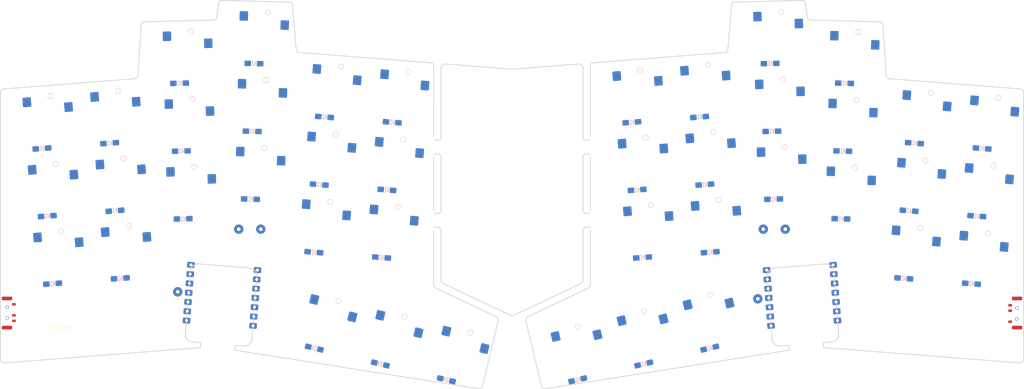
<source format=kicad_pcb>
(kicad_pcb (version 20241229) (generator "pcbnew") (generator_version "9.0")
  (layers (0 "F.Cu" signal) (2 "B.Cu" signal) (13 "F.Paste" user) (15 "B.Paste" user) (5 "F.SilkS" user "F.Silkscreen") (7 "B.SilkS" user "B.Silkscreen") (1 "F.Mask" user) (3 "B.Mask" user) (25 "Edge.Cuts" user))
  (net 0 "")
  (net 1 "Net-(L-D0-A)")
  (net 2 "L-ROW0")
  (net 3 "Net-(L-D1-A)")
  (net 4 "Net-(L-D2-A)")
  (net 5 "Net-(L-D3-A)")
  (net 6 "Net-(L-D4-A)")
  (net 7 "Net-(L-D5-A)")
  (net 8 "L-ROW1")
  (net 9 "Net-(L-D6-A)")
  (net 10 "Net-(L-D7-A)")
  (net 11 "Net-(L-D8-A)")
  (net 12 "Net-(L-D9-A)")
  (net 13 "Net-(L-D10-A)")
  (net 14 "Net-(L-D11-A)")
  (net 15 "Net-(L-D12-A)")
  (net 16 "L-ROW2")
  (net 17 "Net-(L-D13-A)")
  (net 18 "Net-(L-D14-A)")
  (net 19 "Net-(L-D15-A)")
  (net 20 "Net-(L-D16-A)")
  (net 21 "Net-(L-D17-A)")
  (net 22 "Net-(L-D18-A)")
  (net 23 "L-ROW3")
  (net 24 "Net-(L-D19-A)")
  (net 25 "Net-(L-D20-A)")
  (net 26 "L-COL0")
  (net 27 "L-COL5")
  (net 29 "L-COL1")
  (net 30 "L-BAT+")
  (net 31 "L-COL4")
  (net 33 "L-COL2")
  (net 34 "L-VBAT")
  (net 35 "L-COL3")
  (net 37 "L-GND")
  (net 39 "R-VBAT")
  (net 40 "R-BAT+")
  (net 41 "R-GND")
  (net 43 "Net-(R-D1-A)")
  (net 44 "R-COL1")
  (net 45 "R-COL2")
  (net 46 "Net-(R-D2-A)")
  (net 47 "Net-(R-D03-A)")
  (net 48 "R-COL3")
  (net 49 "Net-(R-D4-A)")
  (net 50 "R-COL4")
  (net 51 "R-COL5")
  (net 52 "Net-(R-D5-A)")
  (net 53 "Net-(R-D0-A)")
  (net 54 "R-ROW0")
  (net 55 "R-ROW1")
  (net 56 "Net-(R-D6-A)")
  (net 57 "Net-(R-D7-A)")
  (net 58 "Net-(R-D8-A)")
  (net 59 "Net-(R-D9-A)")
  (net 60 "Net-(R-D10-A)")
  (net 61 "Net-(R-D11-A)")
  (net 62 "Net-(R-D12-A)")
  (net 63 "R-ROW2")
  (net 64 "Net-(R-D13-A)")
  (net 65 "Net-(R-D14-A)")
  (net 66 "Net-(R-D15-A)")
  (net 67 "Net-(R-D16-A)")
  (net 68 "Net-(R-D17-A)")
  (net 69 "Net-(R-D18-A)")
  (net 70 "R-ROW3")
  (net 71 "Net-(R-D19-A)")
  (net 72 "Net-(R-D20-A)")
  (net 73 "R-COL0")
  (footprint "NII:keyswitch_chocv2" (layer "F.Cu") (at 294.795448 139.430756 -1.5)
    (property "Reference" "R-S14" (hide yes))
    (property "Value" "Keyswitch" (hide yes))
    (pad "" np_thru_hole circle (at 0 -5.9 88.5) (size 3 3) (drill 3) (layers "*.Cu" "*.Mask"))
    (pad "" np_thru_hole circle (at 0 0 88.5) (size 5.1 5.1) (drill 5.1) (layers "*.Cu" "*.Mask"))
    (pad "" np_thru_hole circle (at 5 -3.7 88.5) (size 3 3) (drill 3) (layers "*.Cu" "*.Mask"))
    (pad "1" smd roundrect (at 8.1 -3.7 178.5) (size 2.3 2.6) (layers "B.Cu" "B.Mask" "B.Paste") (roundrect_rratio 0.1086956522) (net 45 "R-COL2"))
    (pad "2" smd roundrect (at -3.1 -5.9 178.5) (size 2.3 2.6) (layers "B.Cu" "B.Mask" "B.Paste") (roundrect_rratio 0.1086956522) (net 65 "Net-(R-D14-A)"))
  )
  (footprint "NII:keyswitch_chocv2" (layer "F.Cu") (at 257.236305 174.89217 13.5)
    (property "Reference" "R-S18" (hide yes))
    (property "Value" "Keyswitch" (hide yes))
    (pad "" np_thru_hole circle (at 0 -5.900001 103.5) (size 3 3) (drill 3) (layers "*.Cu" "*.Mask"))
    (pad "" np_thru_hole circle (at 0 0 103.5) (size 5.1 5.1) (drill 5.1) (layers "*.Cu" "*.Mask"))
    (pad "" np_thru_hole circle (at 5 -3.7 103.5) (size 3 3) (drill 3) (layers "*.Cu" "*.Mask"))
    (pad "1" smd roundrect (at 8.1 -3.7 193.5) (size 2.3 2.6) (layers "B.Cu" "B.Mask" "B.Paste") (roundrect_rratio 0.1086956522) (net 48 "R-COL3"))
    (pad "2" smd roundrect (at -3.1 -5.9 193.5) (size 2.3 2.6) (layers "B.Cu" "B.Mask" "B.Paste") (roundrect_rratio 0.1086956522) (net 69 "Net-(R-D18-A)"))
  )
  (footprint "NII:keyswitch_chocv2" (layer "F.Cu") (at 333.622464 120.253836 -4.5)
    (property "Reference" "R-S0" (hide yes))
    (property "Value" "Keyswitch" (hide yes))
    (pad "" np_thru_hole circle (at 0 -5.9 85.5) (size 3 3) (drill 3) (layers "*.Cu" "*.Mask"))
    (pad "" np_thru_hole circle (at 0 0 85.5) (size 5.1 5.1) (drill 5.1) (layers "*.Cu" "*.Mask"))
    (pad "" np_thru_hole circle (at 5 -3.7 85.5) (size 3 3) (drill 3) (layers "*.Cu" "*.Mask"))
    (pad "1" smd roundrect (at 8.1 -3.7 175.5) (size 2.3 2.6) (layers "B.Cu" "B.Mask" "B.Paste") (roundrect_rratio 0.1086956522) (net 73 "R-COL0"))
    (pad "2" smd roundrect (at -3.1 -5.9 175.5) (size 2.3 2.6) (layers "B.Cu" "B.Mask" "B.Paste") (roundrect_rratio 0.1086956522) (net 53 "Net-(R-D0-A)"))
  )
  (footprint "NII:keyswitch_chocv2" (layer "F.Cu") (at 240 150 4.5)
    (property "Reference" "R-S17" (hide yes))
    (property "Value" "Keyswitch" (hide yes))
    (pad "" np_thru_hole circle (at 0 -5.9 94.5) (size 3 3) (drill 3) (layers "*.Cu" "*.Mask"))
    (pad "" np_thru_hole circle (at 0 0 94.5) (size 5.1 5.1) (drill 5.1) (layers "*.Cu" "*.Mask"))
    (pad "" np_thru_hole circle (at 5 -3.7 94.5) (size 3 3) (drill 3) (layers "*.Cu" "*.Mask"))
    (pad "1" smd roundrect (at 8.1 -3.7 184.5) (size 2.3 2.6) (layers "B.Cu" "B.Mask" "B.Paste") (roundrect_rratio 0.1086956522) (net 51 "R-COL5"))
    (pad "2" smd roundrect (at -3.1 -5.9 184.5) (size 2.3 2.6) (layers "B.Cu" "B.Mask" "B.Paste") (roundrect_rratio 0.1086956522) (net 68 "Net-(R-D17-A)"))
  )
  (footprint "NII:keyswitch_chocv2" (layer "F.Cu") (at 255.539984 111.662565 4.5)
    (property "Reference" "R-S4" (hide yes))
    (property "Value" "Keyswitch" (hide yes))
    (pad "" np_thru_hole circle (at 0 -5.9 94.5) (size 3 3) (drill 3) (layers "*.Cu" "*.Mask"))
    (pad "" np_thru_hole circle (at 0 0 94.5) (size 5.1 5.1) (drill 5.1) (layers "*.Cu" "*.Mask"))
    (pad "" np_thru_hole circle (at 5 -3.7 94.5) (size 3 3) (drill 3) (layers "*.Cu" "*.Mask"))
    (pad "1" smd roundrect (at 8.1 -3.7 184.5) (size 2.3 2.6) (layers "B.Cu" "B.Mask" "B.Paste") (roundrect_rratio 0.1086956522) (net 50 "R-COL4"))
    (pad "2" smd roundrect (at -3.1 -5.9 184.5) (size 2.3 2.6) (layers "B.Cu" "B.Mask" "B.Paste") (roundrect_rratio 0.1086956522) (net 49 "Net-(R-D4-A)"))
  )
  (footprint "NII:keyswitch_chocv2" (layer "F.Cu") (at 115.204552 139.430756 1.5)
    (property "Reference" "L-S14" (hide yes))
    (property "Value" "Keyswitch" (hide yes))
    (pad "" np_thru_hole circle (at 0 -5.9 91.5) (size 3 3) (drill 3) (layers "*.Cu" "*.Mask"))
    (pad "" np_thru_hole circle (at 0 0 91.5) (size 5.1 5.1) (drill 5.1) (layers "*.Cu" "*.Mask"))
    (pad "" np_thru_hole circle (at 5 -3.7 91.5) (size 3 3) (drill 3) (layers "*.Cu" "*.Mask"))
    (pad "1" smd roundrect (at 8.1 -3.7 181.5) (size 2.3 2.6) (layers "B.Cu" "B.Mask" "B.Paste") (roundrect_rratio 0.1086956522) (net 33 "L-COL2"))
    (pad "2" smd roundrect (at -3.1 -5.9 181.5) (size 2.3 2.6) (layers "B.Cu" "B.Mask" "B.Paste") (roundrect_rratio 0.1086956522) (net 18 "Net-(L-D14-A)"))
  )
  (footprint "NII:keyswitch_chocv2" (layer "F.Cu") (at 312.276507 155.688284 -4.5)
    (property "Reference" "R-S13" (hide yes))
    (property "Value" "Keyswitch" (hide yes))
    (pad "" np_thru_hole circle (at 0 -5.9 85.5) (size 3 3) (drill 3) (layers "*.Cu" "*.Mask"))
    (pad "" np_thru_hole circle (at 0 0 85.5) (size 5.1 5.1) (drill 5.1) (layers "*.Cu" "*.Mask"))
    (pad "" np_thru_hole circle (at 5 -3.7 85.5) (size 3 3) (drill 3) (layers "*.Cu" "*.Mask"))
    (pad "1" smd roundrect (at 8.1 -3.7 175.5) (size 2.3 2.6) (layers "B.Cu" "B.Mask" "B.Paste") (roundrect_rratio 0.1086956522) (net 44 "R-COL1"))
    (pad "2" smd roundrect (at -3.1 -5.9 175.5) (size 2.3 2.6) (layers "B.Cu" "B.Mask" "B.Paste") (roundrect_rratio 0.1086956522) (net 64 "Net-(R-D13-A)"))
  )
  (footprint "NII:keyswitch_chocv2" (layer "F.Cu") (at 154.460016 111.662565 -4.5)
    (property "Reference" "L-S4" (hide yes))
    (property "Value" "Keyswitch" (hide yes))
    (pad "" np_thru_hole circle (at 0 -5.9 85.5) (size 3 3) (drill 3) (layers "*.Cu" "*.Mask"))
    (pad "" np_thru_hole circle (at 0 0 85.5) (size 5.1 5.1) (drill 5.1) (layers "*.Cu" "*.Mask"))
    (pad "" np_thru_hole circle (at 5 -3.7 85.5) (size 3 3) (drill 3) (layers "*.Cu" "*.Mask"))
    (pad "1" smd roundrect (at 8.1 -3.7 175.5) (size 2.3 2.6) (layers "B.Cu" "B.Mask" "B.Paste") (roundrect_rratio 0.1086956522) (net 31 "L-COL4"))
    (pad "2" smd roundrect (at -3.1 -5.9 175.5) (size 2.3 2.6) (layers "B.Cu" "B.Mask" "B.Paste") (roundrect_rratio 0.1086956522) (net 6 "Net-(L-D4-A)"))
  )
  (footprint "NII:keyswitch_chocv2" (layer "F.Cu") (at 313.728 137.245314 -4.5)
    (property "Reference" "R-S7" (hide yes))
    (property "Value" "Keyswitch" (hide yes))
    (pad "" np_thru_hole circle (at 0 -5.9 85.5) (size 3 3) (drill 3) (layers "*.Cu" "*.Mask"))
    (pad "" np_thru_hole circle (at 0 0 85.5) (size 5.1 5.1) (drill 5.1) (layers "*.Cu" "*.Mask"))
    (pad "" np_thru_hole circle (at 5 -3.7 85.5) (size 3 3) (drill 3) (layers "*.Cu" "*.Mask"))
    (pad "1" smd roundrect (at 8.1 -3.7 175.5) (size 2.3 2.6) (layers "B.Cu" "B.Mask" "B.Paste") (roundrect_rratio 0.1086956522) (net 44 "R-COL1"))
    (pad "2" smd roundrect (at -3.1 -5.9 175.5) (size 2.3 2.6) (layers "B.Cu" "B.Mask" "B.Paste") (roundrect_rratio 0.1086956522) (net 57 "Net-(R-D7-A)"))
  )
  (footprint "NII:keyswitch_chocv2" (layer "F.Cu") (at 275.126291 97.06236 1.5)
    (property "Reference" "R-S3" (hide yes))
    (property "Value" "Keyswitch" (hide yes))
    (pad "" np_thru_hole circle (at 0 -5.9 91.5) (size 3 3) (drill 3) (layers "*.Cu" "*.Mask"))
    (pad "" np_thru_hole circle (at 0 0 91.5) (size 5.1 5.1) (drill 5.1) (layers "*.Cu" "*.Mask"))
    (pad "" np_thru_hole circle (at 5 -3.7 91.5) (size 3 3) (drill 3) (layers "*.Cu" "*.Mask"))
    (pad "1" smd roundrect (at 8.1 -3.7 181.5) (size 2.3 2.6) (layers "B.Cu" "B.Mask" "B.Paste") (roundrect_rratio 0.1086956522) (net 48 "R-COL3"))
    (pad "2" smd roundrect (at -3.1 -5.9 181.5) (size 2.3 2.6) (layers "B.Cu" "B.Mask" "B.Paste") (roundrect_rratio 0.1086956522) (net 47 "Net-(R-D03-A)"))
  )
  (footprint "NII:keyswitch_chocv2" (layer "F.Cu") (at 134.389435 115.556021 -1.5)
    (property "Reference" "L-S9" (hide yes))
    (property "Value" "Keyswitch" (hide yes))
    (pad "" np_thru_hole circle (at 0 -5.9 88.5) (size 3 3) (drill 3) (layers "*.Cu" "*.Mask"))
    (pad "" np_thru_hole circle (at 0 0 88.5) (size 5.1 5.1) (drill 5.1) (layers "*.Cu" "*.Mask"))
    (pad "" np_thru_hole circle (at 5 -3.7 88.5) (size 3 3) (drill 3) (layers "*.Cu" "*.Mask"))
    (pad "1" smd roundrect (at 8.1 -3.7 178.5) (size 2.3 2.6) (layers "B.Cu" "B.Mask" "B.Paste") (roundrect_rratio 0.1086956522) (net 35 "L-COL3"))
    (pad "2" smd roundrect (at -3.1 -5.9 178.5) (size 2.3 2.6) (layers "B.Cu" "B.Mask" "B.Paste") (roundrect_rratio 0.1086956522) (net 12 "Net-(L-D9-A)"))
  )
  (footprint "NII:keyswitch_chocv2" (layer "F.Cu") (at 153.008523 130.105536 -4.5)
    (property "Reference" "L-S10" (hide yes))
    (property "Value" "Keyswitch" (hide yes))
    (pad "" np_thru_hole circle (at 0 -5.9 85.5) (size 3 3) (drill 3) (layers "*.Cu" "*.Mask"))
    (pad "" np_thru_hole circle (at 0 0 85.5) (size 5.1 5.1) (drill 5.1) (layers "*.Cu" "*.Mask"))
    (pad "" np_thru_hole circle (at 5 -3.7 85.5) (size 3 3) (drill 3) (layers "*.Cu" "*.Mask"))
    (pad "1" smd roundrect (at 8.1 -3.7 175.5) (size 2.3 2.6) (layers "B.Cu" "B.Mask" "B.Paste") (roundrect_rratio 0.1086956522) (net 31 "L-COL4"))
    (pad "2" smd roundrect (at -3.1 -5.9 175.5) (size 2.3 2.6) (layers "B.Cu" "B.Mask" "B.Paste") (roundrect_rratio 0.1086956522) (net 13 "Net-(L-D10-A)"))
  )
  (footprint "NII:keyswitch_chocv2" (layer "F.Cu") (at 96.272 137.245314 4.5)
    (property "Reference" "L-S7" (hide yes))
    (property "Value" "Keyswitch" (hide yes))
    (pad "" np_thru_hole circle (at 0 -5.9 94.5) (size 3 3) (drill 3) (layers "*.Cu" "*.Mask"))
    (pad "" np_thru_hole circle (at 0 0 94.5) (size 5.1 5.1) (drill 5.1) (layers "*.Cu" "*.Mask"))
    (pad "" np_thru_hole circle (at 5 -3.7 94.5) (size 3 3) (drill 3) (layers "*.Cu" "*.Mask"))
    (pad "1" smd roundrect (at 8.1 -3.7 184.5) (size 2.3 2.6) (layers "B.Cu" "B.Mask" "B.Paste") (roundrect_rratio 0.1086956522) (net 29 "L-COL1"))
    (pad "2" smd roundrect (at -3.1 -5.9 184.5) (size 2.3 2.6) (layers "B.Cu" "B.Mask" "B.Paste") (roundrect_rratio 0.1086956522) (net 10 "Net-(L-D7-A)"))
  )
  (footprint "NII:keyswitch_chocv2" (layer "F.Cu") (at 151.557029 148.548507 -4.5)
    (property "Reference" "L-S16" (hide yes))
    (property "Value" "Keyswitch" (hide yes))
    (pad "" np_thru_hole circle (at 0 -5.9 85.5) (size 3 3) (drill 3) (layers "*.Cu" "*.Mask"))
    (pad "" np_thru_hole circle (at 0 0 85.5) (size 5.1 5.1) (drill 5.1) (layers "*.Cu" "*.Mask"))
    (pad "" np_thru_hole circle (at 5 -3.7 85.5) (size 3 3) (drill 3) (layers "*.Cu" "*.Mask"))
    (pad "1" smd roundrect (at 8.1 -3.7 175.5) (size 2.3 2.6) (layers "B.Cu" "B.Mask" "B.Paste") (roundrect_rratio 0.1086956522) (net 31 "L-COL4"))
    (pad "2" smd roundrect (at -3.1 -5.9 175.5) (size 2.3 2.6) (layers "B.Cu" "B.Mask" "B.Paste") (roundrect_rratio 0.1086956522) (net 20 "Net-(L-D16-A)"))
  )
  (footprint "NII:keyswitch_chocv2" (layer "F.Cu") (at 77.829029 138.696807 4.5)
    (property "Reference" "L-S6" (hide yes))
    (property "Value" "Keyswitch" (hide yes))
    (pad "" np_thru_hole circle (at 0 -5.9 94.5) (size 3 3) (drill 3) (layers "*.Cu" "*.Mask"))
    (pad "" np_thru_hole circle (at 0 0 94.5) (size 5.1 5.1) (drill 5.1) (layers "*.Cu" "*.Mask"))
    (pad "" np_thru_hole circle (at 5 -3.7 94.5) (size 3 3) (drill 3) (layers "*.Cu" "*.Mask"))
    (pad "1" smd roundrect (at 8.1 -3.7 184.5) (size 2.3 2.6) (layers "B.Cu" "B.Mask" "B.Paste") (roundrect_rratio 0.1086956522) (net 26 "L-COL0"))
    (pad "2" smd roundrect (at -3.1 -5.9 184.5) (size 2.3 2.6) (layers "B.Cu" "B.Mask" "B.Paste") (roundrect_rratio 0.1086956522) (net 9 "Net-(L-D6-A)"))
  )
  (footprint "NII:keyswitch_chocv2" (layer "F.Cu") (at 238.548507 131.557029 4.5)
    (property "Reference" "R-S11" (hide yes))
    (property "Value" "Keyswitch" (hide yes))
    (pad "" np_thru_hole circle (at 0 -5.9 94.5) (size 3 3) (drill 3) (layers "*.Cu" "*.Mask"))
    (pad "" np_thru_hole circle (at 0 0 94.5) (size 5.1 5.1) (drill 5.1) (layers "*.Cu" "*.Mask"))
    (pad "" np_thru_hole circle (at 5 -3.7 94.5) (size 3 3) (drill 3) (layers "*.Cu" "*.Mask"))
    (pad "1" smd roundrect (at 8.1 -3.7 184.5) (size 2.3 2.6) (layers "B.Cu" "B.Mask" "B.Paste") (roundrect_rratio 0.1086956522) (net 51 "R-COL5"))
    (pad "2" smd roundrect (at -3.1 -5.9 184.5) (size 2.3 2.6) (layers "B.Cu" "B.Mask" "B.Paste") (roundrect_rratio 0.1086956522) (net 61 "Net-(R-D11-A)"))
  )
  (footprint "NII:keyswitch_chocv2" (layer "F.Cu") (at 256.991477 130.105536 4.5)
    (property "Reference" "R-S10" (hide yes))
    (property "Value" "Keyswitch" (hide yes))
    (pad "" np_thru_hole circle (at 0 -5.9 94.5) (size 3 3) (drill 3) (layers "*.Cu" "*.Mask"))
    (pad "" np_thru_hole circle (at 0 0 94.5) (size 5.1 5.1) (drill 5.1) (layers "*.Cu" "*.Mask"))
    (pad "" np_thru_hole circle (at 5 -3.7 94.5) (size 3 3) (drill 3) (layers "*.Cu" "*.Mask"))
    (pad "1" smd roundrect (at 8.1 -3.7 184.5) (size 2.3 2.6) (layers "B.Cu" "B.Mask" "B.Paste") (roundrect_rratio 0.1086956522) (net 50 "R-COL4"))
    (pad "2" smd roundrect (at -3.1 -5.9 184.5) (size 2.3 2.6) (layers "B.Cu" "B.Mask" "B.Paste") (roundrect_rratio 0.1086956522) (net 60 "Net-(R-D10-A)"))
  )
  (footprint "NII:keyswitch_chocv2" (layer "F.Cu") (at 275.610565 115.556021 1.5)
    (property "Reference" "R-S9" (hide yes))
    (property "Value" "Keyswitch" (hide yes))
    (pad "" np_thru_hole circle (at 0 -5.9 91.5) (size 3 3) (drill 3) (layers "*.Cu" "*.Mask"))
    (pad "" np_thru_hole circle (at 0 0 91.5) (size 5.1 5.1) (drill 5.1) (layers "*.Cu" "*.Mask"))
    (pad "" np_thru_hole circle (at 5 -3.7 91.5) (size 3 3) (drill 3) (layers "*.Cu" "*.Mask"))
    (pad "1" smd roundrect (at 8.1 -3.7 181.5) (size 2.3 2.6) (layers "B.Cu" "B.Mask" "B.Paste") (roundrect_rratio 0.1086956522) (net 48 "R-COL3"))
    (pad "2" smd roundrect (at -3.1 -5.9 181.5) (size 2.3 2.6) (layers "B.Cu" "B.Mask" "B.Paste") (roundrect_rratio 0.1086956522) (net 59 "Net-(R-D9-A)"))
  )
  (footprint "NII:keyswitch_chocv2" (layer "F.Cu") (at 239.247462 179.210909 13.5)
    (property "Reference" "R-S19" (hide yes))
    (property "Value" "Keyswitch" (hide yes))
    (pad "" np_thru_hole circle (at 0 -5.900001 103.5) (size 3 3) (drill 3) (layers "*.Cu" "*.Mask"))
    (pad "" np_thru_hole circle (at 0 0 103.5) (size 5.1 5.1) (drill 5.1) (layers "*.Cu" "*.Mask"))
    (pad "" np_thru_hole circle (at 5 -3.7 103.5) (size 3 3) (drill 3) (layers "*.Cu" "*.Mask"))
    (pad "1" smd roundrect (at 8.1 -3.7 193.5) (size 2.3 2.6) (layers "B.Cu" "B.Mask" "B.Paste") (roundrect_rratio 0.1086956522) (net 50 "R-COL4"))
    (pad "2" smd roundrect (at -3.1 -5.9 193.5) (size 2.3 2.6) (layers "B.Cu" "B.Mask" "B.Paste") (roundrect_rratio 0.1086956522) (net 71 "Net-(R-D19-A)"))
  )
  (footprint "NII:BatteryPad" (layer "F.Cu") (at 271.967917 168.243189)
    (property "Reference" "R-BAT+2" (hide yes))
    (property "Value" "+" (at 0 2.05 0) (layer "F.SilkS") (effects (font (thickness 0.1))))
    (pad "1" thru_hole circle (at 0 0) (size 2.54 2.54) (drill 1) (layers "*.Cu" "*.Mask") (net 40 "R-BAT+"))
  )
  (footprint "NII:mousebites_0.6-0.4" (layer "F.Cu") (at 226.344131 126.838436)
    (property "Reference" "mbites3" (hide yes))
    (property "Value" "mousebites 2mm" (hide yes))
    (pad "" np_thru_hole circle (at 0 -2.5) (size 0.6 0.6) (drill 0.6) (layers "*.Cu" "*.Mask"))
    (pad "" np_thru_hole circle (at 0 -1.5) (size 0.6 0.6) (drill 0.6) (layers "*.Cu" "*.Mask"))
    (pad "" np_thru_hole circle (at 0 -0.5) (size 0.6 0.6) (drill 0.6) (layers "*.Cu" "*.Mask"))
    (pad "" np_thru_hole circle (at 0 0.5) (size 0.6 0.6) (drill 0.6) (layers "*.Cu" "*.Mask"))
    (pad "" np_thru_hole circle (at 0 1.5) (size 0.6 0.6) (drill 0.6) (layers "*.Cu" "*.Mask"))
    (pad "" np_thru_hole circle (at 0 2.5) (size 0.6 0.6) (drill 0.6) (layers "*.Cu" "*.Mask"))
  )
  (footprint "NII:keyswitch_chocv2" (layer "F.Cu") (at 79.280523 157.139778 4.5)
    (property "Reference" "L-S12" (hide yes))
    (property "Value" "Keyswitch" (hide yes))
    (pad "" np_thru_hole circle (at 0 -5.9 94.5) (size 3 3) (drill 3) (layers "*.Cu" "*.Mask"))
    (pad "" np_thru_hole circle (at 0 0 94.5) (size 5.1 5.1) (drill 5.1) (layers "*.Cu" "*.Mask"))
    (pad "" np_thru_hole circle (at 5 -3.7 94.5) (size 3 3) (drill 3) (layers "*.Cu" "*.Mask"))
    (pad "1" smd roundrect (at 8.1 -3.7 184.5) (size 2.3 2.6) (layers "B.Cu" "B.Mask" "B.Paste") (roundrect_rratio 0.1086956522) (net 26 "L-COL0"))
    (pad "2" smd roundrect (at -3.1 -5.9 184.5) (size 2.3 2.6) (layers "B.Cu" "B.Mask" "B.Paste") (roundrect_rratio 0.1086956522) (net 15 "Net-(L-D12-A)"))
  )
  (footprint "NII:keyswitch_chocv2" (layer "F.Cu") (at 94.820507 118.802343 4.5)
    (property "Reference" "L-S1" (hide yes))
    (property "Value" "Keyswitch" (hide yes))
    (pad "" np_thru_hole circle (at 0 -5.9 94.5) (size 3 3) (drill 3) (layers "*.Cu" "*.Mask"))
    (pad "" np_thru_hole circle (at 0 0 94.5) (size 5.1 5.1) (drill 5.1) (layers "*.Cu" "*.Mask"))
    (pad "" np_thru_hole circle (at 5 -3.7 94.5) (size 3 3) (drill 3) (layers "*.Cu" "*.Mask"))
    (pad "1" smd roundrect (at 8.1 -3.7 184.5) (size 2.3 2.6) (layers "B.Cu" "B.Mask" "B.Paste") (roundrect_rratio 0.1086956522) (net 29 "L-COL1"))
    (pad "2" smd roundrect (at -3.1 -5.9 184.5) (size 2.3 2.6) (layers "B.Cu" "B.Mask" "B.Paste") (roundrect_rratio 0.1086956522) (net 3 "Net-(L-D1-A)"))
  )
  (footprint "NII:keyswitch_chocv2" (layer "F.Cu") (at 170.752538 179.210909 -13.5)
    (property "Reference" "L-S19" (hide yes))
    (property "Value" "Keyswitch" (hide yes))
    (pad "" np_thru_hole circle (at 0 -5.900001 76.5) (size 3 3) (drill 3) (layers "*.Cu" "*.Mask"))
    (pad "" np_thru_hole circle (at 0 0 76.5) (size 5.1 5.1) (drill 5.1) (layers "*.Cu" "*.Mask"))
    (pad "" np_thru_hole circle (at 5 -3.7 76.5) (size 3 3) (drill 3) (layers "*.Cu" "*.Mask"))
    (pad "1" smd roundrect (at 8.1 -3.7 166.5) (size 2.3 2.6) (layers "B.Cu" "B.Mask" "B.Paste") (roundrect_rratio 0.1086956522) (net 31 "L-COL4"))
    (pad "2" smd roundrect (at -3.1 -5.9 166.5) (size 2.3 2.6) (layers "B.Cu" "B.Mask" "B.Paste") (roundrect_rratio 0.1086956522) (net 24 "Net-(L-D19-A)"))
  )
  (footprint "NII:BatteryPad" (layer "F.Cu") (at 113.927546 166.330381)
    (property "Reference" "L-BAT+2" (hide yes))
    (property "Value" "+" (at 0 2.05 0) (layer "F.SilkS") (effects (font (thickness 0.1))))
    (pad "1" thru_hole circle (at 0 0) (size 2.54 2.54) (drill 1) (layers "*.Cu" "*.Mask") (net 30 "L-BAT+"))
  )
  (footprint "NII:keyswitch_chocv2" (layer "F.Cu") (at 258.442971 148.548507 4.5)
    (property "Reference" "R-S16" (hide yes))
    (property "Value" "Keyswitch" (hide yes))
    (pad "" np_thru_hole circle (at 0 -5.9 94.5) (size 3 3) (drill 3) (layers "*.Cu" "*.Mask"))
    (pad "" np_thru_hole circle (at 0 0 94.5) (size 5.1 5.1) (drill 5.1) (layers "*.Cu" "*.Mask"))
    (pad "" np_thru_hole circle (at 5 -3.7 94.5) (size 3 3) (drill 3) (layers "*.Cu" "*.Mask"))
    (pad "1" smd roundrect (at 8.1 -3.7 184.5) (size 2.3 2.6) (layers "B.Cu" "B.Mask" "B.Paste") (roundrect_rratio 0.1086956522) (net 50 "R-COL4"))
    (pad "2" smd roundrect (at -3.1 -5.9 184.5) (size 2.3 2.6) (layers "B.Cu" "B.Mask" "B.Paste") (roundrect_rratio 0.1086956522) (net 67 "Net-(R-D16-A)"))
  )
  (footprint "NII:keyswitch_chocv2" (layer "F.Cu") (at 133.905162 134.049682 -1.5)
    (property "Reference" "L-S15" (hide yes))
    (property "Value" "Keyswitch" (hide yes))
    (pad "" np_thru_hole circle (at 0 -5.9 88.5) (size 3 3) (drill 3) (layers "*.Cu" "*.Mask"))
    (pad "" np_thru_hole circle (at 0 0 88.5) (size 5.1 5.1) (drill 5.1) (layers "*.Cu" "*.Mask"))
    (pad "" np_thru_hole circle (at 5 -3.7 88.5) (size 3 3) (drill 3) (layers "*.Cu" "*.Mask"))
    (pad "1" smd roundrect (at 8.1 -3.7 178.5) (size 2.3 2.6) (layers "B.Cu" "B.Mask" "B.Paste") (roundrect_rratio 0.1086956522) (net 35 "L-COL3"))
    (pad "2" smd roundrect (at -3.1 -5.9 178.5) (size 2.3 2.6) (layers "B.Cu" "B.Mask" "B.Paste") (roundrect_rratio 0.1086956522) (net 19 "Net-(L-D15-A)"))
  )
  (footprint "NII:keyswitch_chocv2" (layer "F.Cu") (at 170 150 -4.5)
    (property "Reference" "L-S17" (hide yes))
    (property "Value" "Keyswitch" (hide yes))
    (pad "" np_thru_hole circle (at 0 -5.9 85.5) (size 3 3) (drill 3) (layers "*.Cu" "*.Mask"))
    (pad "" np_thru_hole circle (at 0 0 85.5) (size 5.1 5.1) (drill 5.1) (layers "*.Cu" "*.Mask"))
    (pad "" np_thru_hole circle (at 5 -3.7 85.5) (size 3 3) (drill 3) (layers "*.Cu" "*.Mask"))
    (pad "1" smd roundrect (at 8.1 -3.7 175.5) (size 2.3 2.6) (layers "B.Cu" "B.Mask" "B.Paste") (roundrect_rratio 0.1086956522) (net 27 "L-COL5"))
    (pad "2" smd roundrect (at -3.1 -5.9 175.5) (size 2.3 2.6) (layers "B.Cu" "B.Mask" "B.Paste") (roundrect_rratio 0.1086956522) (net 21 "Net-(L-D17-A)"))
  )
  (footprint "NII:BatteryPad" (layer "F.Cu") (at 279.448972 149.245118)
    (property "Reference" "R-BAT+1" (hide yes))
    (property "Value" "+" (at 0 2.05 0) (layer "F.SilkS") (effects (font (thickness 0.1))))
    (pad "1" thru_hole circle (at 0 0) (size 2.54 2.54) (drill 1) (layers "*.Cu" "*.Mask") (net 39 "R-VBAT"))
  )
  (footprint "NII:keyswitch_chocv2" (layer "F.Cu") (at 221.258618 183.529648 13.5)
    (property "Reference" "R-S20" (hide yes))
    (property "Value" "Keyswitch" (hide yes))
    (pad "" np_thru_hole circle (at 0 -5.900001 103.5) (size 3 3) (drill 3) (layers "*.Cu" "*.Mask"))
    (pad "" np_thru_hole circle (at 0 0 103.5) (size 5.1 5.1) (drill 5.1) (layers "*.Cu" "*.Mask"))
    (pad "" np_thru_hole circle (at 5 -3.7 103.5) (size 3 3) (drill 3) (layers "*.Cu" "*.Mask"))
    (pad "1" smd roundrect (at 8.1 -3.7 193.5) (size 2.3 2.6) (layers "B.Cu" "B.Mask" "B.Paste") (roundrect_rratio 0.1086956522) (net 51 "R-COL5"))
    (pad "2" smd roundrect (at -3.1 -5.9 193.5) (size 2.3 2.6) (layers "B.Cu" "B.Mask" "B.Paste") (roundrect_rratio 0.1086956522) (net 72 "Net-(R-D20-A)"))
  )
  (footprint "NII:keyswitch_chocv2" (layer "F.Cu") (at 330.719477 157.139778 -4.5)
    (property "Reference" "R-S12" (hide yes))
    (property "Value" "Keyswitch" (hide yes))
    (pad "" np_thru_hole circle (at 0 -5.9 85.5) (size 3 3) (drill 3) (layers "*.Cu" "*.Mask"))
    (pad "" np_thru_hole circle (at 0 0 85.5) (size 5.1 5.1) (drill 5.1) (layers "*.Cu" "*.Mask"))
    (pad "" np_thru_hole circle (at 5 -3.7 85.5) (size 3 3) (drill 3) (layers "*.Cu" "*.Mask"))
    (pad "1" smd roundrect (at 8.1 -3.7 175.5) (size 2.3 2.6) (layers "B.Cu" "B.Mask" "B.Paste") (roundrect_rratio 0.1086956522) (net 73 "R-COL0"))
    (pad "2" smd roundrect (at -3.1 -5.9 175.5) (size 2.3 2.6) (layers "B.Cu" "B.Mask" "B.Paste") (roundrect_rratio 0.1086956522) (net 62 "Net-(R-D12-A)"))
  )
  (footprint "NII:MSK12C02" (layer "F.Cu") (at 343.908819 176.001041 180)
    (property "Reference" "R-PSW1" (hide yes))
    (property "Value" "Power" (hide yes))
    (pad "" np_thru_hole circle (at 1.35 5.25 180) (size 0.9 0.9) (drill 0.7) (layers "*.Cu" "*.Mask"))
    (pad "" np_thru_hole circle (at 1.4 2.25 180) (size 0.9 0.9) (drill 0.7) (layers "*.Cu" "*.Mask"))
    (pad "1" smd roundrect (at 3.2 1.5 270) (size 0.7 1) (layers "F.Cu" "F.Mask" "F.Paste"))
    (pad "2" smd roundrect (at 3.2 4.5 270) (size 0.7 1) (layers "F.Cu" "F.Mask" "F.Paste") (net 40 "R-BAT+"))
    (pad "3" smd roundrect (at 3.2 6 270) (size 0.7 1) (layers "F.Cu" "F.Mask" "F.Paste") (net 39 "R-VBAT"))
    (pad "NC" smd roundrect (at 1.3 -0.1 180) (size 2.8 1) (layers "F.Cu" "F.Mask" "F.Paste"))
    (pad "NC" smd roundrect (at 1.3 7.85 180) (size 2.8 1) (layers "F.Cu" "F.Mask" "F.Paste"))
  )
  (footprint "NII:keyswitch_chocv2" (layer "F.Cu") (at 276.094838 134.049682 1.5)
    (property "Reference" "R-S15" (hide yes))
    (property "Value" "Keyswitch" (hide yes))
    (pad "" np_thru_hole circle (at 0 -5.9 91.5) (size 3 3) (drill 3) (layers "*.Cu" "*.Mask"))
    (pad "" np_thru_hole circle (at 0 0 91.5) (size 5.1 5.1) (drill 5.1) (layers "*.Cu" "*.Mask"))
    (pad "" np_thru_hole circle (at 5 -3.7 91.5) (size 3 3) (drill 3) (layers "*.Cu" "*.Mask"))
    (pad "1" smd roundrect (at 8.1 -3.7 181.5) (size 2.3 2.6) (layers "B.Cu" "B.Mask" "B.Paste") (roundrect_rratio 0.1086956522) (net 48 "R-COL3"))
    (pad "2" smd roundrect (at -3.1 -5.9 181.5) (size 2.3 2.6) (layers "B.Cu" "B.Mask" "B.Paste") (roundrect_rratio 0.1086956522) (net 66 "Net-(R-D15-A)"))
  )
  (footprint "NII:MSK12C02" (layer "F.Cu") (at 66.091196 168.253461)
    (property "Reference" "L-PSW1" (hide yes))
    (property "Value" "Power" (hide yes))
    (pad "" np_thru_hole circle (at 1.35 5.25) (size 0.9 0.9) (drill 0.7) (layers "*.Cu" "*.Mask"))
    (pad "" np_thru_hole circle (at 1.4 2.25) (size 0.9 0.9) (drill 0.7) (layers "*.Cu" "*.Mask"))
    (pad "1" smd roundrect (at 3.2 1.5 90) (size 0.7 1) (layers "F.Cu" "F.Mask" "F.Paste"))
    (pad "2" smd roundrect (at 3.2 4.5 90) (size 0.7 1) (layers "F.Cu" "F.Mask" "F.Paste") (net 30 "L-BAT+"))
    (pad "3" smd roundrect (at 3.2 6 90) (size 0.7 1) (layers "F.Cu" "F.Mask" "F.Paste") (net 34 "L-VBAT"))
    (pad "NC" smd roundrect (at 1.3 -0.1) (size 2.8 1) (layers "F.Cu" "F.Mask" "F.Paste"))
    (pad "NC" smd roundrect (at 1.3 7.85) (size 2.8 1) (layers "F.Cu" "F.Mask" "F.Paste"))
  )
  (footprint "NII:keyswitch_chocv2" (layer "F.Cu") (at 295.763995 102.443435 -1.5)
    (property "Reference" "R-S2" (hide yes))
    (property "Value" "Keyswitch" (hide yes))
    (pad "" np_thru_hole circle (at 0 -5.9 88.5) (size 3 3) (drill 3) (layers "*.Cu" "*.Mask"))
    (pad "" np_thru_hole circle (at 0 0 88.5) (size 5.1 5.1) (drill 5.1) (layers "*.Cu" "*.Mask"))
    (pad "" np_thru_hole circle (at 5 -3.7 88.5) (size 3 3) (drill 3) (layers "*.Cu" "*.Mask"))
    (pad "1" smd roundrect (at 8.1 -3.7 178.5) (size 2.3 2.6) (layers "B.Cu" "B.Mask" "B.Paste") (roundrect_rratio 0.1086956522) (net 45 "R-COL2"))
    (pad "2" smd roundrect (at -3.1 -5.9 178.5) (size 2.3 2.6) (layers "B.Cu" "B.Mask" "B.Paste") (roundrect_rratio 0.1086956522) (net 46 "Net-(R-D2-A)"))
  )
  (footprint "NII:keyswitch_chocv2" (layer "F.Cu") (at 315.179493 118.802343 -4.5)
    (property "Reference" "R-S1" (hide yes))
    (property "Value" "Keyswitch" (hide yes))
    (pad "" np_thru_hole circle (at 0 -5.9 85.5) (size 3 3) (drill 3) (layers "*.Cu" "*.Mask"))
    (pad "" np_thru_hole circle (at 0 0 85.5) (size 5.1 5.1) (drill 5.1) (layers "*.Cu" "*.Mask"))
    (pad "" np_thru_hole circle (at 5 -3.7 85.5) (size 3 3) (drill 3) (layers "*.Cu" "*.Mask"))
    (pad "1" smd roundrect (at 8.1 -3.7 175.5) (size 2.3 2.6) (layers "B.Cu" "B.Mask" "B.Paste") (roundrect_rratio 0.1086956522) (net 44 "R-COL1"))
    (pad "2" smd roundrect (at -3.1 -5.9 175.5) (size 2.3 2.6) (layers "B.Cu" "B.Mask" "B.Paste") (roundrect_rratio 0.1086956522) (net 43 "Net-(R-D1-A)"))
  )
  (footprint "NII:keyswitch_chocv2" (layer "F.Cu") (at 76.377536 120.253836 4.5)
    (property "Reference" "L-S0" (hide yes))
    (property "Value" "Keyswitch" (hide yes))
    (pad "" np_thru_hole circle (at 0 -5.9 94.5) (size 3 3) (drill 3) (layers "*.Cu" "*.Mask"))
    (pad "" np_thru_hole circle (at 0 0 94.5) (size 5.1 5.1) (drill 5.1) (layers "*.Cu" "*.Mask"))
    (pad "" np_thru_hole circle (at 5 -3.7 94.5) (size 3 3) (drill 3) (layers "*.Cu" "*.Mask"))
    (pad "1" smd roundrect (at 8.1 -3.7 184.5) (size 2.3 2.6) (layers "B.Cu" "B.Mask" "B.Paste") (roundrect_rratio 0.1086956522) (net 26 "L-COL0"))
    (pad "2" smd roundrect (at -3.1 -5.9 184.5) (size 2.3 2.6) (layers "B.Cu" "B.Mask" "B.Paste") (roundrect_rratio 0.1086956522) (net 1 "Net-(L-D0-A)"))
  )
  (footprint "NII:keyswitch_chocv2" (layer "F.Cu") (at 237.097013 113.114059 4.5)
    (property "Reference" "R-S5" (hide yes))
    (property "Value" "Keyswitch" (hide yes))
    (pad "" np_thru_hole circle (at 0 -5.9 94.5) (size 3 3) (drill 3) (layers "*.Cu" "*.Mask"))
    (pad "" np_thru_hole circle (at 0 0 94.5) (size 5.1 5.1) (drill 5.1) (layers "*.Cu" "*.Mask"))
    (pad "" np_thru_hole circle (at 5 -3.7 94.5) (size 3 3) (drill 3) (layers "*.Cu" "*.Mask"))
    (pad "1" smd roundrect (at 8.1 -3.7 184.5) (size 2.3 2.6) (layers "B.Cu" "B.Mask" "B.Paste") (roundrect_rratio 0.1086956522) (net 51 "R-COL5"))
    (pad "2" smd roundrect (at -3.1 -5.9 184.5) (size 2.3 2.6) (layers "B.Cu" "B.Mask" "B.Paste") (roundrect_rratio 0.1086956522) (net 52 "Net-(R-D5-A)"))
  )
  (footprint "NII:keyswitch_chocv2" (layer "F.Cu") (at 114.720279 120.937095 1.5)
    (property "Reference" "L-S8" (hide yes))
    (property "Value" "Keyswitch" (hide yes))
    (pad "" np_thru_hole circle (at 0 -5.9 91.5) (size 3 3) (drill 3) (layers "*.Cu" "*.Mask"))
    (pad "" np_thru_hole circle (at 0 0 91.5) (size 5.1 5.1) (drill 5.1) (layers "*.Cu" "*.Mask"))
    (pad "" np_thru_hole circle (at 5 -3.7 91.5) (size 3 3) (drill 3) (layers "*.Cu" "*.Mask"))
    (pad "1" smd roundrect (at 8.1 -3.7 181.5) (size 2.3 2.6) (layers "B.Cu" "B.Mask" "B.Paste") (roundrect_rratio 0.1086956522) (net 33 "L-COL2"))
    (pad "2" smd roundrect (at -3.1 -5.9 181.5) (size 2.3 2.6) (layers "B.Cu" "B.Mask" "B.Paste") (roundrect_rratio 0.1086956522) (net 11 "Net-(L-D8-A)"))
  )
  (footprint "NII:keyswitch_chocv2" (layer "F.Cu") (at 114.236005 102.443435 1.5)
    (property "Reference" "L-S2" (hide yes))
    (property "Value" "Keyswitch" (hide yes))
    (pad "" np_thru_hole circle (at 0 -5.9 91.5) (size 3 3) (drill 3) (layers "*.Cu" "*.Mask"))
    (pad "" np_thru_hole circle (at 0 0 91.5) (size 5.1 5.1) (drill 5.1) (layers "*.Cu" "*.Mask"))
    (pad "" np_thru_hole circle (at 5 -3.7 91.5) (size 3 3) (drill 3) (layers "*.Cu" "*.Mask"))
    (pad "1" smd roundrect (at 8.1 -3.7 181.5) (size 2.3 2.6) (layers "B.Cu" "B.Mask" "B.Paste") (roundrect_rratio 0.1086956522) (net 33 "L-COL2"))
    (pad "2" smd roundrect (at -3.1 -5.9 181.5) (size 2.3 2.6) (layers "B.Cu" "B.Mask" "B.Paste") (roundrect_rratio 0.1086956522) (net 4 "Net-(L-D2-A)"))
  )
  (footprint "NII:mousebites_0.6-0.4" (layer "F.Cu") (at 226.344576 146.838436)
    (property "Reference" "mbites4" (hide yes))
    (property "Value" "mousebites 2mm" (hide yes))
    (pad "" np_thru_hole circle (at 0 -2.5) (size 0.6 0.6) (drill 0.6) (layers "*.Cu" "*.Mask"))
    (pad "" np_thru_hole circle (at 0 -1.5) (size 0.6 0.6) (drill 0.6) (layers "*.Cu" "*.Mask"))
    (pad "" np_thru_hole circle (at 0 -0.5) (size 0.6 0.6) (drill 0.6) (layers "*.Cu" "*.Mask"))
    (pad "" np_thru_hole circle (at 0 0.5) (size 0.6 0.6) (drill 0.6) (layers "*.Cu" "*.Mask"))
    (pad "" np_thru_hole circle (at 0 1.5) (size 0.6 0.6) (drill 0.6) (layers "*.Cu" "*.Mask"))
    (pad "" np_thru_hole circle (at 0 2.5) (size 0.6 0.6) (drill 0.6) (layers "*.Cu" "*.Mask"))
  )
  (footprint "NII:BatteryPad" (layer "F.Cu") (at 130.551028 149.245118)
    (property "Reference" "L-BAT+1" (hide yes))
    (property "Value" "+" (at 0 2.05 0) (layer "F.SilkS") (effects (font (thickness 0.1))))
    (pad "1" thru_hole circle (at 0 0) (size 2.54 2.54) (drill 1) (layers "*.Cu" "*.Mask") (net 34 "L-VBAT"))
  )
  (footprint "NII:keyswitch_chocv2" (layer "F.Cu") (at 332.170971 138.696807 -4.5)
    (property "Reference" "R-S6" (hide yes))
    (property "Value" "Keyswitch" (hide yes))
    (pad "" np_thru_hole circle (at 0 -5.9 85.5) (size 3 3) (drill 3) (layers "*.Cu" "*.Mask"))
    (pad "" np_thru_hole circle (at 0 0 85.5) (size 5.1 5.1) (drill 5.1) (layers "*.Cu" "*.Mask"))
    (pad "" np_thru_hole circle (at 5 -3.7 85.5) (size 3 3) (drill 3) (layers "*.Cu" "*.Mask"))
    (pad "1" smd roundrect (at 8.1 -3.7 175.5) (size 2.3 2.6) (layers "B.Cu" "B.Mask" "B.Paste") (roundrect_rratio 0.1086956522) (net 73 "R-COL0"))
    (pad "2" smd roundrect (at -3.1 -5.9 175.5) (size 2.3 2.6) (layers "B.Cu" "B.Mask" "B.Paste") (roundrect_rratio 0.1086956522) (net 56 "Net-(R-D6-A)"))
  )
  (footprint "NII:BatteryPad" (layer "F.Cu") (at 136.551028 149.245118)
    (property "Reference" "L-GND1" (hide yes))
    (property "Value" "-" (at 0 2.05 0) (layer "F.SilkS") (effects (font (thickness 0.1))))
    (pad "1" thru_hole circle (at 0 0) (size 2.54 2.54) (drill 1) (layers "*.Cu" "*.Mask") (net 37 "L-GND"))
  )
  (footprint "NII:keyswitch_chocv2" (layer "F.Cu") (at 295.279721 120.937095 -1.5)
    (property "Reference" "R-S8" (hide yes))
    (property "Value" "Keyswitch" (hide yes))
    (pad "" np_thru_hole circle (at 0 -5.9 88.5) (size 3 3) (drill 3) (layers "*.Cu" "*.Mask"))
    (pad "" np_thru_hole circle (at 0 0 88.5) (size 5.1 5.1) (drill 5.1) (layers "*.Cu" "*.Mask"))
    (pad "" np_thru_hole circle (at 5 -3.7 88.5) (size 3 3) (drill 3) (layers "*.Cu" "*.Mask"))
    (pad "1" smd roundrect (at 8.1 -3.7 178.5) (size 2.3 2.6) (layers "B.Cu" "B.Mask" "B.Paste") (roundrect_rratio 0.1086956522) (net 45 "R-COL2"))
    (pad "2" smd roundrect (at -3.1 -5.9 178.5) (size 2.3 2.6) (layers "B.Cu" "B.Mask" "B.Paste") (roundrect_rratio 0.1086956522) (net 58 "Net-(R-D8-A)"))
  )
  (footprint "NII:keyswitch_chocv2" (layer "F.Cu") (at 134.873709 97.06236 -1.5)
    (property "Reference" "L-S3" (hide yes))
    (property "Value" "Keyswitch" (hide yes))
    (pad "" np_thru_hole circle (at 0 -5.9 88.5) (size 3 3) (drill 3) (layers "*.Cu" "*.Mask"))
    (pad "" np_thru_hole circle (at 0 0 88.5) (size 5.1 5.1) (drill 5.1) (layers "*.Cu" "*.Mask"))
    (pad "" np_thru_hole circle (at 5 -3.7 88.5) (size 3 3) (drill 3) (layers "*.Cu" "*.Mask"))
    (pad "1" smd roundrect (at 8.1 -3.7 178.5) (size 2.3 2.6) (layers "B.Cu" "B.Mask" "B.Paste") (roundrect_rratio 0.1086956522) (net 35 "L-COL3"))
    (pad "2" smd roundrect (at -3.1 -5.9 178.5) (size 2.3 2.6) (layers "B.Cu" "B.Mask" "B.Paste") (roundrect_rratio 0.1086956522) (net 5 "Net-(L-D3-A)"))
  )
  (footprint "NII:mousebites_0.6-0.4" (layer "F.Cu") (at 183.655857 146.838337)
    (property "Reference" "mbites2" (hide yes))
    (property "Value" "mousebites 2mm" (hide yes))
    (pad "" np_thru_hole circle (at 0 -2.5) (size 0.6 0.6) (drill 0.6) (layers "*.Cu" "*.Mask"))
    (pad "" np_thru_hole circle (at 0 -1.5) (size 0.6 0.6) (drill 0.6) (layers "*.Cu" "*.Mask"))
    (pad "" np_thru_hole circle (at 0 -0.5) (size 0.6 0.6) (drill 0.6) (layers "*.Cu" "*.Mask"))
    (pad "" np_thru_hole circle (at 0 0.5) (size 0.6 0.6) (drill 0.6) (layers "*.Cu" "*.Mask"))
    (pad "" np_thru_hole circle (at 0 1.5) (size 0.6 0.6) (drill 0.6) (layers "*.Cu" "*.Mask"))
    (pad "" np_thru_hole circle (at 0 2.5) (size 0.6 0.6) (drill 0.6) (layers "*.Cu" "*.Mask"))
  )
  (footprint "NII:BatteryPad" (layer "F.Cu") (at 273.448972 149.245118)
    (property "Reference" "R-GND1" (hide yes))
    (property "Value" "-" (at 0 2.05 0) (layer "F.SilkS") (effects (font (thickness 0.1))))
    (pad "1" thru_hole circle (at 0 0) (size 2.54 2.54) (drill 1) (layers "*.Cu" "*.Mask") (net 41 "R-GND"))
  )
  (footprint "NII:keyswitch_chocv2" (layer "F.Cu") (at 188.741382 183.529648 -13.5)
    (property "Reference" "L-S20" (hide yes))
    (property "Value" "Keyswitch" (hide yes))
    (pad "" np_thru_hole circle (at 0 -5.900001 76.5) (size 3 3) (drill 3) (layers "*.Cu" "*.Mask"))
    (pad "" np_thru_hole circle (at 0 0 76.5) (size 5.1 5.1) (drill 5.1) (layers "*.Cu" "*.Mask"))
    (pad "" np_thru_hole circle (at 5 -3.7 76.5) (size 3 3) (drill 3) (layers "*.Cu" "*.Mask"))
    (pad "1" smd roundrect (at 8.1 -3.7 166.5) (size 2.3 2.6) (layers "B.Cu" "B.Mask" "B.Paste") (roundrect_rratio 0.1086956522) (net 27 "L-COL5"))
    (pad "2" smd roundrect (at -3.1 -5.9 166.5) (size 2.3 2.6) (layers "B.Cu" "B.Mask" "B.Paste") (roundrect_rratio 0.1086956522) (net 25 "Net-(L-D20-A)"))
  )
  (footprint "NII:mousebites_0.6-0.4" (layer "F.Cu") (at 183.656175 126.838337)
    (property "Reference" "mbites1" (hide yes))
    (property "Value" "mousebites 2mm" (hide yes))
    (pad "" np_thru_hole circle (at 0 -2.5) (size 0.6 0.6) (drill 0.6) (layers "*.Cu" "*.Mask"))
    (pad "" np_thru_hole circle (at 0 -1.5) (size 0.6 0.6) (drill 0.6) (layers "*.Cu" "*.Mask"))
    (pad "" np_thru_hole circle (at 0 -0.5) (size 0.6 0.6) (drill 0.6) (layers "*.Cu" "*.Mask"))
    (pad "" np_thru_hole circle (at 0 0.5) (size 0.6 0.6) (drill 0.6) (layers "*.Cu" "*.Mask"))
    (pad "" np_thru_hole circle (at 0 1.5) (size 0.6 0.6) (drill 0.6) (layers "*.Cu" "*.Mask"))
    (pad "" np_thru_hole circle (at 0 2.5) (size 0.6 0.6) (drill 0.6) (layers "*.Cu" "*.Mask"))
  )
  (footprint "NII:keyswitch_chocv2" (layer "F.Cu") (at 172.902987 113.114059 -4.5)
    (property "Reference" "L-S5" (hide yes))
    (property "Value" "Keyswitch" (hide yes))
    (pad "" np_thru_hole circle (at 0 -5.9 85.5) (size 3 3) (drill 3) (layers "*.Cu" "*.Mask"))
    (pad "" np_thru_hole circle (at 0 0 85.5) (size 5.1 5.1) (drill 5.1) (layers "*.Cu" "*.Mask"))
    (pad "" np_thru_hole circle (at 5 -3.7 85.5) (size 3 3) (drill 3) (layers "*.Cu" "*.Mask"))
    (pad "1" smd roundrect (at 8.1 -3.7 175.5) (size 2.3 2.6) (layers "B.Cu" "B.Mask" "B.Paste") (roundrect_rratio 0.1086956522) (net 27 "L-COL5"))
    (pad "2" smd roundrect (at -3.1 -5.9 175.5) (size 2.3 2.6) (layers "B.Cu" "B.Mask" "B.Paste") (roundrect_rratio 0.1086956522) (net 7 "Net-(L-D5-A)"))
  )
  (footprint "NII:keyswitch_chocv2" (layer "F.Cu") (at 97.723493 155.688284 4.5)
    (property "Reference" "L-S13" (hide yes))
    (property "Value" "Keyswitch" (hide yes))
    (pad "" np_thru_hole circle (at 0 -5.9 94.5) (size 3 3) (drill 3) (layers "*.Cu" "*.Mask"))
    (pad "" np_thru_hole circle (at 0 0 94.5) (size 5.1 5.1) (drill 5.1) (layers "*.Cu" "*.Mask"))
    (pad "" np_thru_hole circle (at 5 -3.7 94.5) (size 3 3) (drill 3) (layers "*.Cu" "*.Mask"))
    (pad "1" smd roundrect (at 8.1 -3.7 184.5) (size 2.3 2.6) (layers "B.Cu" "B.Mask" "B.Paste") (roundrect_rratio 0.1086956522) (net 29 "L-COL1"))
    (pad "2" smd roundrect (at -3.1 -5.9 184.5) (size 2.3 2.6) (layers "B.Cu" "B.Mask" "B.Paste") (roundrect_rratio 0.1086956522) (net 17 "Net-(L-D13-A)"))
  )
  (footprint "NII:keyswitch_chocv2" (layer "F.Cu") (at 152.763695 174.89217 -13.5)
    (property "Reference" "L-S18" (hide yes))
    (property "Value" "Keyswitch" (hide yes))
    (pad "" np_thru_hole circle (at 0 -5.900001 76.5) (size 3 3) (drill 3) (layers "*.Cu" "*.Mask"))
    (pad "" np_thru_hole circle (at 0 0 76.5) (size 5.1 5.1) (drill 5.1) (layers "*.Cu" "*.Mask"))
    (pad "" np_thru_hole circle (at 5 -3.7 76.5) (size 3 3) (drill 3) (layers "*.Cu" "*.Mask"))
    (pad "1" smd roundrect (at 8.1 -3.7 166.5) (size 2.3 2.6) (layers "B.Cu" "B.Mask" "B.Paste") (roundrect_rratio 0.1086956522) (net 35 "L-COL3"))
    (pad "2" smd roundrect (at -3.1 -5.9 166.5) (size 2.3 2.6) (layers "B.Cu" "B.Mask" "B.Paste") (roundrect_rratio 0.1086956522) (net 22 "Net-(L-D18-A)"))
  )
  (footprint "NII:keyswitch_chocv2" (layer "F.Cu") (at 171.451493 131.557029 -4.5)
    (property "Reference" "L-S11" (hide yes))
    (property "Value" "Keyswitch" (hide yes))
    (pad "" np_thru_hole circle (at 0 -5.9 85.5) (size 3 3) (drill 3) (layers "*.Cu" "*.Mask"))
    (pad "" np_thru_hole circle (at 0 0 85.5) (size 5.1 5.1) (drill 5.1) (layers "*.Cu" "*.Mask"))
    (pad "" np_thru_hole circle (at 5 -3.7 85.5) (size 3 3) (drill 3) (layers "*.Cu" "*.Mask"))
    (pad "1" smd roundrect (at 8.1 -3.7 175.5) (size 2.3 2.6) (layers "B.Cu" "B.Mask" "B.Paste") (roundrect_rratio 0.1086956522) (net 27 "L-COL5"))
    (pad "2" smd roundrect (at -3.1 -5.9 175.5) (size 2.3 2.6) (layers "B.Cu" "B.Mask" "B.Paste") (roundrect_rratio 0.1086956522) (net 14 "Net-(L-D11-A)"))
  )
  (footprint "NII:Diode_SOD123" (layer "B.Cu") (at 258.992184 155.526928 -175.5)
    (property "Reference" "R-D16" (hide yes))
    (property "Value" "Diode" (hide yes))
    (pad "1" smd roundrect (at -1.699999 0 184.5) (size 1.8 1.5) (layers "B.Cu" "B.Mask" "B.Paste") (roundrect_rratio 0.1666666667) (net 63 "R-ROW2"))
    (pad "2" smd roundrect (at 1.699999 0 184.5) (size 1.8 1.5) (layers "B.Cu" "B.Mask" "B.Paste") (roundrect_rratio 0.1666666667) (net 67 "Net-(R-D16-A)"))
  )
  (footprint "NII:Diode_SOD123" (layer "B.Cu") (at 170.902286 138.535451 175.5)
    (property "Reference" "L-D11" (hide yes))
    (property "Value" "Diode" (hide yes))
    (pad "1" smd roundrect (at -1.699999 0 175.5) (size 1.8 1.5) (layers "B.Cu" "B.Mask" "B.Paste") (roundrect_rratio 0.1666666667) (net 8 "L-ROW1"))
    (pad "2" smd roundrect (at 1.699999 0 175.5) (size 1.8 1.5) (layers "B.Cu" "B.Mask" "B.Paste") (roundrect_rratio 0.1666666667) (net 14 "Net-(L-D11-A)"))
  )
  (footprint "NII:Diode_SOD123" (layer "B.Cu") (at 78.378237 145.675229 -175.5)
    (property "Reference" "L-D6" (hide yes))
    (property "Value" "Diode" (hide yes))
    (pad "1" smd roundrect (at -1.699999 0 184.5) (size 1.8 1.5) (layers "B.Cu" "B.Mask" "B.Paste") (roundrect_rratio 0.1666666667) (net 8 "L-ROW1"))
    (pad "2" smd roundrect (at 1.699999 0 184.5) (size 1.8 1.5) (layers "B.Cu" "B.Mask" "B.Paste") (roundrect_rratio 0.1666666667) (net 9 "Net-(L-D6-A)"))
  )
  (footprint "NII:Diode_SOD123" (layer "B.Cu") (at 311.727299 162.666706 175.5)
    (property "Reference" "R-D13" (hide yes))
    (property "Value" "Diode" (hide yes))
    (pad "1" smd roundrect (at -1.699999 0 175.5) (size 1.8 1.5) (layers "B.Cu" "B.Mask" "B.Paste") (roundrect_rratio 0.1666666667) (net 63 "R-ROW2"))
    (pad "2" smd roundrect (at 1.699999 0 175.5) (size 1.8 1.5) (layers "B.Cu" "B.Mask" "B.Paste") (roundrect_rratio 0.1666666667) (net 64 "Net-(R-D13-A)"))
  )
  (footprint "NII:Diode_SOD123" (layer "B.Cu") (at 276.278077 141.047283 -178.5)
    (property "Reference" "R-D15" (hide yes))
    (property "Value" "Diode" (hide yes))
    (pad "1" smd roundrect (at -1.7 0 181.5) (size 1.8 1.5) (layers "B.Cu" "B.Mask" "B.Paste") (roundrect_rratio 0.1666666667) (net 63 "R-ROW2"))
    (pad "2" smd roundrect (at 1.7 0 181.5) (size 1.8 1.5) (layers "B.Cu" "B.Mask" "B.Paste") (roundrect_rratio 0.1666666667) (net 66 "Net-(R-D15-A)"))
  )
  (footprint "NII:Diode_SOD123" (layer "B.Cu") (at 114.903518 127.934697 -178.5)
    (property "Reference" "L-D8" (hide yes))
    (property "Value" "Diode" (hide yes))
    (pad "1" smd roundrect (at -1.7 0 181.5) (size 1.8 1.5) (layers "B.Cu" "B.Mask" "B.Paste") (roundrect_rratio 0.1666666667) (net 8 "L-ROW1"))
    (pad "2" smd roundrect (at 1.7 0 181.5) (size 1.8 1.5) (layers "B.Cu" "B.Mask" "B.Paste") (roundrect_rratio 0.1666666667) (net 11 "Net-(L-D8-A)"))
  )
  (footprint "NII:Diode_SOD123" (layer "B.Cu") (at 240.54922 156.978421 -175.5)
    (property "Reference" "R-D17" (hide yes))
    (property "Value" "Diode" (hide yes))
    (pad "1" smd roundrect (at -1.699999 0 184.5) (size 1.8 1.5) (layers "B.Cu" "B.Mask" "B.Paste") (roundrect_rratio 0.1666666667) (net 63 "R-ROW2"))
    (pad "2" smd roundrect (at 1.699999 0 184.5) (size 1.8 1.5) (layers "B.Cu" "B.Mask" "B.Paste") (roundrect_rratio 0.1666666667) (net 68 "Net-(R-D17-A)"))
  )
  (footprint "NII:Diode_SOD123" (layer "B.Cu") (at 96.821214 144.223735 -175.5)
    (property "Reference" "L-D7" (hide yes))
    (property "Value" "Diode" (hide yes))
    (pad "1" smd roundrect (at -1.699999 0 184.5) (size 1.8 1.5) (layers "B.Cu" "B.Mask" "B.Paste") (roundrect_rratio 0.1666666667) (net 8 "L-ROW1"))
    (pad "2" smd roundrect (at 1.699999 0 184.5) (size 1.8 1.5) (layers "B.Cu" "B.Mask" "B.Paste") (roundrect_rratio 0.1666666667) (net 10 "Net-(L-D7-A)"))
  )
  (footprint "NII:Diode_SOD123" (layer "B.Cu") (at 314.630286 125.780765 175.5)
    (property "Reference" "R-D1" (hide yes))
    (property "Value" "Diode" (hide yes))
    (pad "1" smd roundrect (at -1.699999 0 175.5) (size 1.8 1.5) (layers "B.Cu" "B.Mask" "B.Paste") (roundrect_rratio 0.1666666667) (net 54 "R-ROW0"))
    (pad "2" smd roundrect (at 1.699999 0 175.5) (size 1.8 1.5) (layers "B.Cu" "B.Mask" "B.Paste") (roundrect_rratio 0.1666666667) (net 43 "Net-(R-D1-A)"))
  )
  (footprint "NII:Diode_SOD123" (layer "B.Cu") (at 169.118421 186.017499 -13.5)
    (property "Reference" "L-D19" (hide yes))
    (property "Value" "Diode" (hide yes))
    (pad "1" smd roundrect (at -1.7 0 346.5) (size 1.8 1.5) (layers "B.Cu" "B.Mask" "B.Paste") (roundrect_rratio 0.1666666667) (net 23 "L-ROW3"))
    (pad "2" smd roundrect (at 1.7 0 346.5) (size 1.8 1.5) (layers "B.Cu" "B.Mask" "B.Paste") (roundrect_rratio 0.1666666667) (net 24 "Net-(L-D19-A)"))
  )
  (footprint "NII:Diode_SOD123" (layer "B.Cu") (at 153.910802 118.640987 175.5)
    (property "Reference" "L-D4" (hide yes))
    (property "Value" "Diode" (hide yes))
    (pad "1" smd roundrect (at -1.699999 0 175.5) (size 1.8 1.5) (layers "B.Cu" "B.Mask" "B.Paste") (roundrect_rratio 0.1666666667) (net 2 "L-ROW0"))
    (pad "2" smd roundrect (at 1.699999 0 175.5) (size 1.8 1.5) (layers "B.Cu" "B.Mask" "B.Paste") (roundrect_rratio 0.1666666667) (net 6 "Net-(L-D4-A)"))
  )
  (footprint "NII:Diode_SOD123" (layer "B.Cu") (at 95.369714 125.780765 -175.5)
    (property "Reference" "L-D1" (hide yes))
    (property "Value" "Diode" (hide yes))
    (pad "1" smd roundrect (at -1.699999 0 184.5) (size 1.8 1.5) (layers "B.Cu" "B.Mask" "B.Paste") (roundrect_rratio 0.1666666667) (net 2 "L-ROW0"))
    (pad "2" smd roundrect (at 1.699999 0 184.5) (size 1.8 1.5) (layers "B.Cu" "B.Mask" "B.Paste") (roundrect_rratio 0.1666666667) (net 3 "Net-(L-D1-A)"))
  )
  (footprint "NII:Diode_SOD123" (layer "B.Cu") (at 222.892733 190.336238 -166.5)
    (property "Reference" "R-D20" (hide yes))
    (property "Value" "Diode" (hide yes))
    (pad "1" smd roundrect (at -1.7 0 193.5) (size 1.8 1.5) (layers "B.Cu" "B.Mask" "B.Paste") (roundrect_rratio 0.1666666667) (net 70 "R-ROW3"))
    (pad "2" smd roundrect (at 1.7 0 193.5) (size 1.8 1.5) (layers "B.Cu" "B.Mask" "B.Paste") (roundrect_rratio 0.1666666667) (net 72 "Net-(R-D20-A)"))
  )
  (footprint "NII:Diode_SOD123" (layer "B.Cu") (at 275.793803 122.553622 -178.5)
    (property "Reference" "R-D9" (hide yes))
    (property "Value" "Diode" (hide yes))
    (pad "1" smd roundrect (at -1.7 0 181.5) (size 1.8 1.5) (layers "B.Cu" "B.Mask" "B.Paste") (roundrect_rratio 0.1666666667) (net 55 "R-ROW1"))
    (pad "2" smd roundrect (at 1.7 0 181.5) (size 1.8 1.5) (layers "B.Cu" "B.Mask" "B.Paste") (roundrect_rratio 0.1666666667) (net 59 "Net-(R-D9-A)"))
  )
  (footprint "NII:Diode_SOD123" (layer "B.Cu") (at 294.612209 146.428357 178.5)
    (property "Reference" "R-D14" (hide yes))
    (property "Value" "Diode" (hide yes))
    (pad "1" smd roundrect (at -1.7 0 178.5) (size 1.8 1.5) (layers "B.Cu" "B.Mask" "B.Paste") (roundrect_rratio 0.1666666667) (net 63 "R-ROW2"))
    (pad "2" smd roundrect (at 1.7 0 178.5) (size 1.8 1.5) (layers "B.Cu" "B.Mask" "B.Paste") (roundrect_rratio 0.1666666667) (net 65 "Net-(R-D14-A)"))
  )
  (footprint "NII:Diode_SOD123" (layer "B.Cu") (at 275.30953 104.059962 -178.5)
    (property "Reference" "R-D03" (hide yes))
    (property "Value" "Diode" (hide yes))
    (pad "1" smd roundrect (at -1.7 0 181.5) (size 1.8 1.5) (layers "B.Cu" "B.Mask" "B.Paste") (roundrect_rratio 0.1666666667) (net 54 "R-ROW0"))
    (pad "2" smd roundrect (at 1.7 0 181.5) (size 1.8 1.5) (layers "B.Cu" "B.Mask" "B.Paste") (roundrect_rratio 0.1666666667) (net 47 "Net-(R-D03-A)"))
  )
  (footprint "NII:XIAO-nRF52840-cutout-plain" (layer "B.Cu") (at 125.938481 167.813941 -4.5)
    (property "Reference" "U1" (hide yes))
    (property "Value" "XIAO-nRF52840-SMD" (hide yes))
    (pad "1" thru_hole roundrect (at -9.09 7.099071 355.5) (size 2 1.55) (drill 0.8) (property pad_prop_castellated) (layers "*.Cu" "*.Mask") (roundrect_rratio 0.1612903226) (net 23 "L-ROW3"))
    (pad "2" thru_hole roundrect (at -9.09 4.559071 355.5) (size 2 1.55) (drill 0.8) (property pad_prop_castellated) (layers "*.Cu" "*.Mask") (roundrect_rratio 0.1612903226) (net 16 "L-ROW2"))
    (pad "3" thru_hole roundrect (at -9.09 2.019071 355.5) (size 2 1.55) (drill 0.8) (property pad_prop_castellated) (layers "*.Cu" "*.Mask") (roundrect_rratio 0.1612903226) (net 8 "L-ROW1"))
    (pad "4" thru_hole roundrect (at -9.09 -0.520929 355.5) (size 2 1.55) (drill 0.8) (property pad_prop_castellated) (layers "*.Cu" "*.Mask") (roundrect_rratio 0.1612903226) (net 2 "L-ROW0"))
    (pad "5" thru_hole roundrect (at -9.09 -3.060929 355.5) (size 2 1.55) (drill 0.8) (property pad_prop_castellated) (layers "*.Cu" "*.Mask") (roundrect_rratio 0.1612903226) (net 27 "L-COL5"))
    (pad "6" thru_hole roundrect (at -9.09 -5.600929 355.5) (size 2 1.55) (drill 0.8) (property pad_prop_castellated) (layers "*.Cu" "*.Mask") (roundrect_rratio 0.1612903226) (net 31 "L-COL4"))
    (pad "7" thru_hole roundrect (at -9.09 -8.140929 355.5) (size 2 1.55) (drill 0.8) (property pad_prop_castellated) (layers "*.Cu" "*.Mask") (roundrect_rratio 0.1612903226))
    (pad "8" thru_hole roundrect (at 9.09 -8.140929 355.5) (size 2 1.55) (drill 0.8) (property pad_prop_castellated) (layers "*.Cu" "*.Mask") (roundrect_rratio 0.1612903226) (net 26 "L-COL0"))
    (pad "9" thru_hole roundrect (at 9.09 -5.600929 355.5) (size 2 1.55) (drill 0.8) (property pad_prop_castellated) (layers "*.Cu" "*.Mask") (roundrect_rratio 0.1612903226) (net 29 "L-COL1"))
    (pad "10" thru_hole roundrect (at 9.09 -3.060929 355.5) (size 2 1.55) (drill 0.8) (property pad_prop_castellated) (layers "*.Cu" "*.Mask") (roundrect_rratio 0.1612903226) (net 33 "L-COL2"))
    (pad "11" thru_hole roundrect (at 9.09 -0.520929 355.5) (size 2 1.55) (drill 0.8) (property pad_prop_castellated) (layers "*.Cu" "*.Mask") (roundrect_rratio 0.1612903226) (net 35 "L-COL3"))
    (pad "12" thru_hole roundrect (at 9.09 2.019071 355.5) (size 2 1.55) (drill 0.8) (property pad_prop_castellated) (layers "*.Cu" "*.Mask") (roundrect_rratio 0.1612903226))
    (pad "13" thru_hole roundrect (at 9.09 4.559071 355.5) (size 2 1.55) (drill 0.8) (property pad_prop_castellated) (layers "*.Cu" "*.Mask") (roundrect_rratio 0.1612903226) (net 37 "L-GND"))
    (pad "14" thru_hole roundrect (at 9.09 7.099071 355.5) (size 2 1.55) (drill 0.8) (property pad_prop_castellated) (layers "*.Cu" "*.Mask") (roundrect_rratio 0.1612903226))
  )
  (footprint "NII:Diode_SOD123" (layer "B.Cu") (at 240.881577 186.017499 -166.5)
    (property "Reference" "R-D19" (hide yes))
    (property "Value" "Diode" (hide yes))
    (pad "1" smd roundrect (at -1.7 0 193.5) (size 1.8 1.5) (layers "B.Cu" "B.Mask" "B.Paste") (roundrect_rratio 0.1666666667) (net 70 "R-ROW3"))
    (pad "2" smd roundrect (at 1.7 0 193.5) (size 1.8 1.5) (layers "B.Cu" "B.Mask" "B.Paste") (roundrect_rratio 0.1666666667) (net 71 "Net-(R-D19-A)"))
  )
  (footprint "NII:Diode_SOD123" (layer "B.Cu") (at 258.870425 181.698759 -166.5)
    (property "Reference" "R-D18" (hide yes))
    (property "Value" "Diode" (hide yes))
    (pad "1" smd roundrect (at -1.7 0 193.5) (size 1.8 1.5) (layers "B.Cu" "B.Mask" "B.Paste") (roundrect_rratio 0.1666666667) (net 70 "R-ROW3"))
    (pad "2" smd roundrect (at 1.7 0 193.5) (size 1.8 1.5) (layers "B.Cu" "B.Mask" "B.Paste") (roundrect_rratio 0.1666666667) (net 69 "Net-(R-D18-A)"))
  )
  (footprint "NII:Diode_SOD123" (layer "B.Cu") (at 134.206197 122.553623 178.5)
    (property "Reference" "L-D9" (hide yes))
    (property "Value" "Diode" (hide yes))
    (pad "1" smd roundrect (at -1.7 0 178.5) (size 1.8 1.5) (layers "B.Cu" "B.Mask" "B.Paste") (roundrect_rratio 0.1666666667) (net 8 "L-ROW1"))
    (pad "2" smd roundrect (at 1.7 0 178.5) (size 1.8 1.5) (layers "B.Cu" "B.Mask" "B.Paste") (roundrect_rratio 0.1666666667) (net 12 "Net-(L-D9-A)"))
  )
  (footprint "NII:Diode_SOD123" (layer "B.Cu") (at 134.69047 104.059962 178.5)
    (property "Reference" "L-D3" (hide yes))
    (property "Value" "Diode" (hide yes))
    (pad "1" smd roundrect (at -1.7 0 178.5) (size 1.8 1.5) (layers "B.Cu" "B.Mask" "B.Paste") (roundrect_rratio 0.1666666667) (net 2 "L-ROW0"))
    (pad "2" smd roundrect (at 1.7 0 178.5) (size 1.8 1.5) (layers "B.Cu" "B.Mask" "B.Paste") (roundrect_rratio 0.1666666667) (net 5 "Net-(L-D3-A)"))
  )
  (footprint "NII:Diode_SOD123" (layer "B.Cu") (at 79.829736 164.118199 -175.5)
    (property "Reference" "L-D12" (hide yes))
    (property "Value" "Diode" (hide yes))
    (pad "1" smd roundrect (at -1.699999 0 184.5) (size 1.8 1.5) (layers "B.Cu" "B.Mask" "B.Paste") (roundrect_rratio 0.1666666667) (net 16 "L-ROW2"))
    (pad "2" smd roundrect (at 1.699999 0 184.5) (size 1.8 1.5) (layers "B.Cu" "B.Mask" "B.Paste") (roundrect_rratio 0.1666666667) (net 15 "Net-(L-D12-A)"))
  )
  (footprint "NII:Diode_SOD123" (layer "B.Cu") (at 187.107267 190.336238 -13.5)
    (property "Reference" "L-D20" (hide yes))
    (property "Value" "Diode" (hide yes))
    (pad "1" smd roundrect (at -1.7 0 346.5) (size 1.8 1.5) (layers "B.Cu" "B.Mask" "B.Paste") (roundrect_rratio 0.1666666667) (net 23 "L-ROW3"))
    (pad "2" smd roundrect (at 1.7 0 346.5) (size 1.8 1.5) (layers "B.Cu" "B.Mask" "B.Paste") (roundrect_rratio 0.1666666667) (net 25 "Net-(L-D20-A)"))
  )
  (footprint "NII:Diode_SOD123" (layer "B.Cu") (at 237.646227 120.09248 -175.5)
    (property "Reference" "R-D5" (hide yes))
    (property "Value" "Diode" (hide yes))
    (pad "1" smd roundrect (at -1.699999 0 184.5) (size 1.8 1.5) (layers "B.Cu" "B.Mask" "B.Paste") (roundrect_rratio 0.1666666667) (net 54 "R-ROW0"))
    (pad "2" smd roundrect (at 1.699999 0 184.5) (size 1.8 1.5) (layers "B.Cu" "B.Mask" "B.Paste") (roundrect_rratio 0.1666666667) (net 52 "Net-(R-D5-A)"))
  )
  (footprint "NII:Diode_SOD123" (layer "B.Cu") (at 169.450786 156.978421 175.5)
    (property "Reference" "L-D17" (hide yes))
    (property "Value" "Diode" (hide yes))
    (pad "1" smd roundrect (at -1.699999 0 175.5) (size 1.8 1.5) (layers "B.Cu" "B.Mask" "B.Paste") (roundrect_rratio 0.1666666667) (net 16 "L-ROW2"))
    (pad "2" smd roundrect (at 1.699999 0 175.5) (size 1.8 1.5) (layers "B.Cu" "B.Mask" "B.Paste") (roundrect_rratio 0.1666666667) (net 21 "Net-(L-D17-A)"))
  )
  (footprint "NII:Diode_SOD123" (layer "B.Cu") (at 115.387791 146.428357 -178.5)
    (property "Reference" "L-D14" (hide yes))
    (property "Value" "Diode" (hide yes))
    (pad "1" smd roundrect (at -1.7 0 181.5) (size 1.8 1.5) (layers "B.Cu" "B.Mask" "B.Paste") (roundrect_rratio 0.1666666667) (net 16 "L-ROW2"))
    (pad "2" smd roundrect (at 1.7 0 181.5) (size 1.8 1.5) (layers "B.Cu" "B.Mask" "B.Paste") (roundrect_rratio 0.1666666667) (net 18 "Net-(L-D14-A)"))
  )
  (footprint "NII:Diode_SOD123" (layer "B.Cu") (at 239.097714 138.535451 -175.5)
    (property "Reference" "R-D11" (hide yes))
    (property "Value" "Diode" (hide yes))
    (pad "1" smd roundrect (at -1.699999 0 184.5) (size 1.8 1.5) (layers "B.Cu" "B.Mask" "B.Paste") (roundrect_rratio 0.1666666667) (net 55 "R-ROW1"))
    (pad "2" smd roundrect (at 1.699999 0 184.5) (size 1.8 1.5) (layers "B.Cu" "B.Mask" "B.Paste") (roundrect_rratio 0.1666666667) (net 61 "Net-(R-D11-A)"))
  )
  (footprint "NII:Diode_SOD123" (layer "B.Cu") (at 133.721942 141.047283 178.5)
    (property "Reference" "L-D15" (hide yes))
    (property "Value" "Diode" (hide yes))
    (pad "1" smd roundrect (at -1.7 0 178.5) (size 1.8 1.5) (layers "B.Cu" "B.Mask" "B.Paste") (roundrect_rratio 0.1666666667) (net 16 "L-ROW2"))
    (pad "2" smd roundrect (at 1.7 0 178.5) (size 1.8 1.5) (layers "B.Cu" "B.Mask" "B.Paste") (roundrect_rratio 0.1666666667) (net 19 "Net-(L-D15-A)"))
  )
  (footprint "NII:Diode_SOD123" (layer "B.Cu") (at 295.580756 109.441036 178.5)
    (property "Reference" "R-D2" (hide yes))
    (property "Value" "Diode" (hide yes))
    (pad "1" smd roundrect (at -1.7 0 178.5) (size 1.8 1.5) (layers "B.Cu" "B.Mask" "B.Paste") (roundrect_rratio 0.1666666667) (net 54 "R-ROW0"))
    (pad "2" smd roundrect (at 1.7 0 178.5) (size 1.8 1.5) (layers "B.Cu" "B.Mask" "B.Paste") (roundrect_rratio 0.1666666667) (net 46 "Net-(R-D2-A)"))
  )
  (footprint "NII:Diode_SOD123" (layer "B.Cu") (at 295.096482 127.934697 178.5)
    (property "Reference" "R-D8" (hide yes))
    (property "Value" "Diode" (hide yes))
    (pad "1" smd roundrect (at -1.7 0 178.5) (size 1.8 1.5) (layers "B.Cu" "B.Mask" "B.Paste") (roundrect_rratio 0.1666666667) (net 55 "R-ROW1"))
    (pad "2" smd roundrect (at 1.7 0 178.5) (size 1.8 1.5) (layers "B.Cu" "B.Mask" "B.Paste") (roundrect_rratio 0.1666666667) (net 58 "Net-(R-D8-A)"))
  )
  (footprint "NII:Diode_SOD123" (layer "B.Cu") (at 114.419244 109.441036 -178.5)
    (property "Reference" "L-D2" (hide yes))
    (property "Value" "Diode" (hide yes))
    (pad "1" smd roundrect (at -1.7 0 181.5) (size 1.8 1.5) (layers "B.Cu" "B.Mask" "B.Paste") (roundrect_rratio 0.1666666667) (net 2 "L-ROW0"))
    (pad "2" smd roundrect (at 1.7 0 181.5) (size 1.8 1.5) (layers "B.Cu" "B.Mask" "B.Paste") (roundrect_rratio 0.1666666667) (net 4 "Net-(L-D2-A)"))
  )
  (footprint "NII:Diode_SOD123" (layer "B.Cu") (at 256.089198 118.640987 -175.5)
    (property "Reference" "R-D4" (hide yes))
    (property "Value" "Diode" (hide yes))
    (pad "1" smd roundrect (at -1.699999 0 184.5) (size 1.8 1.5) (layers "B.Cu" "B.Mask" "B.Paste") (roundrect_rratio 0.1666666667) (net 54 "R-ROW0"))
    (pad "2" smd roundrect (at 1.699999 0 184.5) (size 1.8 1.5) (layers "B.Cu" "B.Mask" "B.Paste") (roundrect_rratio 0.1666666667) (net 49 "Net-(R-D4-A)"))
  )
  (footprint "NII:Diode_SOD123" (layer "B.Cu") (at 313.178787 144.223735 175.5)
    (property "Reference" "R-D7" (hide yes))
    (property "Value" "Diode" (hide yes))
    (pad "1" smd roundrect (at -1.699999 0 175.5) (size 1.8 1.5) (layers "B.Cu" "B.Mask" "B.Paste") (roundrect_rratio 0.1666666667) (net 55 "R-ROW1"))
    (pad "2" smd roundrect (at 1.699999 0 175.5) (size 1.8 1.5) (layers "B.Cu" "B.Mask" "B.Paste") (roundrect_rratio 0.1666666667) (net 57 "Net-(R-D7-A)"))
  )
  (footprint "NII:Diode_SOD123" (layer "B.Cu") (at 151.007816 155.526928 175.5)
    (property "Reference" "L-D16" (hide yes))
    (property "Value" "Diode" (hide yes))
    (pad "1" smd roundrect (at -1.699999 0 175.5) (size 1.8 1.5) (layers "B.Cu" "B.Mask" "B.Paste") (roundrect_rratio 0.1666666667) (net 16 "L-ROW2"))
    (pad "2" smd roundrect (at 1.699999 0 175.5) (size 1.8 1.5) (layers "B.Cu" "B.Mask" "B.Paste") (roundrect_rratio 0.1666666667) (net 20 "Net-(L-D16-A)"))
  )
  (footprint "NII:Diode_SOD123" (layer "B.Cu") (at 98.272707 162.666705 -175.5)
    (property "Reference" "L-D13" (hide yes))
    (property "Value" "Diode" (hide yes))
    (pad "1" smd roundrect (at -1.699999 0 184.5) (size 1.8 1.5) (layers "B.Cu" "B.Mask" "B.Paste") (roundrect_rratio 0.1666666667) (net 16 "L-ROW2"))
    (pad "2" smd roundrect (at 1.699999 0 184.5) (size 1.8 1.5) (layers "B.Cu" "B.Mask" "B.Paste") (roundrect_rratio 0.1666666667) (net 17 "Net-(L-D13-A)"))
  )
  (footprint "NII:Diode_SOD123" (layer "B.Cu") (at 330.170264 164.118199 175.5)
    (property "Reference" "R-D12" (hide yes))
    (property "Value" "Diode" (hide yes))
    (pad "1" smd roundrect (at -1.699999 0 175.5) (size 1.8 1.5) (layers "B.Cu" "B.Mask" "B.Paste") (roundrect_rratio 0.1666666667) (net 63 "R-ROW2"))
    (pad "2" smd roundrect (at 1.699999 0 175.5) (size 1.8 1.5) (layers "B.Cu" "B.Mask" "B.Paste") (roundrect_rratio 0.1666666667) (net 62 "Net-(R-D12-A)"))
  )
  (footprint "NII:Diode_SOD123" (layer "B.Cu") (at 151.12958 181.69876 -13.5)
    (property "Reference" "L-D18" (hide yes))
    (property "Value" "Diode" (hide yes))
    (pad "1" smd roundrect (at -1.7 0 346.5) (size 1.8 1.5) (layers "B.Cu" "B.Mask" "B.Paste") (roundrect_rratio 0.1666666667) (net 23 "L-ROW3"))
    (pad "2" smd roundrect (at 1.7 0 346.5) (size 1.8 1.5) (layers "B.Cu" "B.Mask" "B.Paste") (roundrect_rratio 0.1666666667) (net 22 "Net-(L-D18-A)"))
  )
  (footprint "NII:Diode_SOD123" (layer "B.Cu") (at 257.540691 137.083958 -175.5)
    (property "Reference" "R-D10" (hide yes))
    (property "Value" "Diode" (hide yes))
    (pad "1" smd roundrect (at -1.699999 0 184.5) (size 1.8 1.5) (layers "B.Cu" "B.Mask" "B.Paste") (roundrect_rratio 0.1666666667) (net 55 "R-ROW1"))
    (pad "2" smd roundrect (at 1.699999 0 184.5) (size 1.8 1.5) (layers "B.Cu" "B.Mask" "B.Paste") (roundrect_rratio 0.1666666667) (net 60 "Net-(R-D10-A)"))
  )
  (footprint "NII:XIAO-nRF52840-cutout-plain" (layer "B.Cu") (at 284.061519 167.813941 4.5)
    (property "Reference" "U2" (hide yes))
    (property "Value" "XIAO-nRF52840-SMD" (hide yes))
    (pad "1" thru_hole roundrect (at -9.09 7.099071 4.5) (size 2 1.55) (drill 0.8) (property pad_prop_castellated) (layers "*.Cu" "*.Mask") (roundrect_rratio 0.1612903226) (net 70 "R-ROW3"))
    (pad "2" thru_hole roundrect (at -9.09 4.559071 4.5) (size 2 1.55) (drill 0.8) (property pad_prop_castellated) (layers "*.Cu" "*.Mask") (roundrect_rratio 0.1612903226) (net 63 "R-ROW2"))
    (pad "3" thru_hole roundrect (at -9.09 2.019071 4.5) (size 2 1.55) (drill 0.8) (property pad_prop_castellated) (layers "*.Cu" "*.Mask") (roundrect_rratio 0.1612903226) (net 55 "R-ROW1"))
    (pad "4" thru_hole roundrect (at -9.09 -0.520929 4.5) (size 2 1.55) (drill 0.8) (property pad_prop_castellated) (layers "*.Cu" "*.Mask") (roundrect_rratio 0.1612903226) (net 54 "R-ROW0"))
    (pad "5" thru_hole roundrect (at -9.09 -3.060929 4.5) (size 2 1.55) (drill 0.8) (property pad_prop_castellated) (layers "*.Cu" "*.Mask") (roundrect_rratio 0.1612903226) (net 51 "R-COL5"))
    (pad "6" thru_hole roundrect (at -9.09 -5.600929 4.5) (size 2 1.55) (drill 0.8) (property pad_prop_castellated) (layers "*.Cu" "*.Mask") (roundrect_rratio 0.1612903226) (net 50 "R-COL4"))
    (pad "7" thru_hole roundrect (at -9.09 -8.140929 4.5) (size 2 1.55) (drill 0.8) (property pad_prop_castellated) (layers "*.Cu" "*.Mask") (roundrect_rratio 0.1612903226))
    (pad "8" thru_hole roundrect (at 9.09 -8.140929 4.5) (size 2 1.55) (drill 0.8) (property pad_prop_castellated) (layers "*.Cu" "*.Mask") (roundrect_rratio 0.1612903226) (net 73 "R-COL0"))
    (pad "9" thru_hole roundrect (at 9.09 -5.600929 4.5) (size 2 1.55) (drill 0.8) (property pad_prop_castellated) (layers "*.Cu" "*.Mask") (roundrect_rratio 0.1612903226) (net 44 "R-COL1"))
    (pad "10" thru_hole roundrect (at 9.09 -3.060929 4.5) (size 2 1.55) (drill 0.8) (property pad_prop_castellated) (layers "*.Cu" "*.Mask") (roundrect_rratio 0.1612903226) (net 45 "R-COL2"))
    (pad "11" thru_hole roundrect (at 9.09 -0.520929 4.5) (size 2 1.55) (drill 0.8) (property pad_prop_castellated) (layers "*.Cu" "*.Mask") (roundrect_rratio 0.1612903226) (net 48 "R-COL3"))
    (pad "12" thru_hole roundrect (at 9.09 2.019071 4.5) (size 2 1.55) (drill 0.8) (property pad_prop_castellated) (layers "*.Cu" "*.Mask") (roundrect_rratio 0.1612903226))
    (pad "13" thru_hole roundrect (at 9.09 4.559071 4.5) (size 2 1.55) (drill 0.8) (property pad_prop_castellated) (layers "*.Cu" "*.Mask") (roundrect_rratio 0.1612903226) (net 41 "R-GND"))
    (pad "14" thru_hole roundrect (at 9.09 7.099071 4.5) (size 2 1.55) (drill 0.8) (property pad_prop_castellated) (layers "*.Cu" "*.Mask") (roundrect_rratio 0.1612903226))
  )
  (footprint "NII:Diode_SOD123" (layer "B.Cu") (at 76.92675 127.232258 -175.5)
    (property "Reference" "L-D0" (hide yes))
    (property "Value" "Diode" (hide yes))
    (pad "1" smd roundrect (at -1.699999 0 184.5) (size 1.8 1.5) (layers "B.Cu" "B.Mask" "B.Paste") (roundrect_rratio 0.1666666667) (net 2 "L-ROW0"))
    (pad "2" smd roundrect (at 1.699999 0 184.5) (size 1.8 1.5) (layers "B.Cu" "B.Mask" "B.Paste") (roundrect_rratio 0.1666666667) (net 1 "Net-(L-D0-A)"))
  )
  (footprint "NII:Diode_SOD123" (layer "B.Cu") (at 152.459309 137.083957 175.5)
    (property "Reference" "L-D10" (hide yes))
    (property "Value" "Diode" (hide yes))
    (pad "1" smd roundrect (at -1.699999 0 175.5) (size 1.8 1.5) (layers "B.Cu" "B.Mask" "B.Paste") (roundrect_rratio 0.1666666667) (net 8 "L-ROW1"))
    (pad "2" smd roundrect (at 1.699999 0 175.5) (size 1.8 1.5) (layers "B.Cu" "B.Mask" "B.Paste") (roundrect_rratio 0.1666666667) (net 13 "Net-(L-D10-A)"))
  )
  (footprint "NII:Diode_SOD123" (layer "B.Cu") (at 333.07325 127.232258 175.5)
    (property "Reference" "R-D0" (hide yes))
    (property "Value" "Diode" (hide yes))
    (pad "1" smd roundrect (at -1.699999 0 175.5) (size 1.8 1.5) (layers "B.Cu" "B.Mask" "B.Paste") (roundrect_rratio 0.1666666667) (net 54 "R-ROW0"))
    (pad "2" smd roundrect (at 1.699999 0 175.5) (size 1.8 1.5) (layers "B.Cu" "B.Mask" "B.Paste") (roundrect_rratio 0.1666666667) (net 53 "Net-(R-D0-A)"))
  )
  (footprint "NII:Diode_SOD123" (layer "B.Cu") (at 331.621757 145.675229 175.5)
    (property "Reference" "R-D6" (hide yes))
    (property "Value" "Diode" (hide yes))
    (pad "1" smd roundrect (at -1.699999 0 175.5) (size 1.8 1.5) (layers "B.Cu" "B.Mask" "B.Paste") (roundrect_rratio 0.1666666667) (net 55 "R-ROW1"))
    (pad "2" smd roundrect (at 1.699999 0 175.5) (size 1.8 1.5) (layers "B.Cu" "B.Mask" "B.Paste") (roundrect_rratio 0.1666666667) (net 56 "Net-(R-D6-A)"))
  )
  (footprint "NII:Diode_SOD123" (layer "B.Cu") (at 172.353773 120.09248 175.5)
    (property "Reference" "L-D5" (hide yes))
    (property "Value" "Diode" (hide yes))
    (pad "1" smd roundrect (at -1.699999 0 175.5) (size 1.8 1.5) (layers "B.Cu" "B.Mask" "B.Paste") (roundrect_rratio 0.1666666667) (net 2 "L-ROW0"))
    (pad "2" smd roundrect (at 1.699999 0 175.5) (size 1.8 1.5) (layers "B.Cu" "B.Mask" "B.Paste") (roundrect_rratio 0.1666666667) (net 7 "Net-(L-D5-A)"))
  )
  (gr_line (start 118.874643 158.807654) (end 118.729564 158.855585) (stroke (width 0.2)) (layer "Edge.Cuts"))
  (gr_line (start 133.944393 179.908945) (end 134.003555 179.769127) (stroke (width 0.2)) (layer "Edge.Cuts"))
  (gr_curve (pts (xy 125.02902 87.706628) (xy 125.102277 87.104888) (xy 125.441893 86.811952) (xy 126.047868 86.82782)) (stroke (width 0.2)) (layer "Edge.Cuts"))
  (gr_line (start 291.795396 159.13737) (end 291.670366 159.05412) (stroke (width 0.2)) (layer "Edge.Cuts"))
  (gr_line (start 274.519683 161.79257) (end 274.514593 161.941405) (stroke (width 0.2)) (layer "Edge.Cuts"))
  (gr_curve (pts (xy 200.69229 173.11938) (xy 201.181461 173.35114) (xy 201.362865 173.730189) (xy 201.236502 174.256529)) (stroke (width 0.2)) (layer "Edge.Cuts"))
  (gr_line (start 118.329634 159.05412) (end 118.204604 159.13737) (stroke (width 0.2)) (layer "Edge.Cuts"))
  (gr_line (start 119.466568 158.727302) (end 119.317734 158.732392) (stroke (width 0.2)) (layer "Edge.Cuts"))
  (gr_curve (pts (xy 183.65535 164.414798) (xy 183.65534 164.83666) (xy 183.845954 165.137902) (xy 184.227192 165.318525)) (stroke (width 0.2)) (layer "Edge.Cuts"))
  (gr_line (start 263.798359 100.140222) (end 264.793401 88.220567) (stroke (width 0.2)) (layer "Edge.Cuts"))
  (gr_line (start 116.609658 179.403077) (end 116.720125 179.504861) (stroke (width 0.2)) (layer "Edge.Cuts"))
  (gr_line (start 186.744288 104.17247) (end 204.921524 105.603051) (stroke (width 0.2)) (layer "Edge.Cuts"))
  (gr_line (start 133.549288 159.830122) (end 119.61497 158.733467) (stroke (width 0.2)) (layer "Edge.Cuts"))
  (gr_line (start 289.779754 180.202137) (end 292.060524 180.022637) (stroke (width 0.2)) (layer "Edge.Cuts"))
  (gr_line (start 135.075339 160.679441) (end 134.980246 160.561979) (stroke (width 0.2)) (layer "Edge.Cuts"))
  (gr_line (start 293.991553 178.060188) (end 293.996643 177.911354) (stroke (width 0.2)) (layer "Edge.Cuts"))
  (gr_line (start 201.236502 174.256529) (end 196.972934 192.015569) (stroke (width 0.2)) (layer "Edge.Cuts"))
  (gr_line (start 117.437146 160.226977) (end 117.400721 160.369675) (stroke (width 0.2)) (layer "Edge.Cuts"))
  (gr_line (start 343.327376 185.744454) (end 289.884923 181.538442) (stroke (width 0.2)) (layer "Edge.Cuts"))
  (gr_line (start 293.390342 179.403077) (end 293.491482 179.290779) (stroke (width 0.2)) (layer "Edge.Cuts"))
  (gr_line (start 292.915925 179.763514) (end 293.041505 179.686406) (stroke (width 0.2)) (layer "Edge.Cuts"))
  (gr_line (start 276.055607 179.908945) (end 276.125643 180.044739) (stroke (width 0.2)) (layer "Edge.Cuts"))
  (gr_line (start 224.343366 105.168639) (end 224.343847 124.038503) (stroke (width 0.2)) (layer "Edge.Cuts"))
  (gr_line (start 116.003357 177.911354) (end 116.008447 178.060188) (stroke (width 0.2)) (layer "Edge.Cuts"))
  (gr_line (start 120.220246 180.202137) (end 120.115077 181.538442) (stroke (width 0.2)) (layer "Edge.Cuts"))
  (gr_curve (pts (xy 208.763498 174.256529) (xy 208.637135 173.730189) (xy 208.818539 173.35114) (xy 209.30771 173.11938)) (stroke (width 0.2)) (layer "Edge.Cuts"))
  (gr_curve (pts (xy 305.107932 92.684686) (xy 305.717536 92.700649) (xy 306.041485 93.012935) (xy 306.079781 93.621544)) (stroke (width 0.2)) (layer "Edge.Cuts"))
  (gr_line (start 280.510895 182.260208) (end 214.155871 192.769812) (stroke (width 0.2)) (layer "Edge.Cuts"))
  (gr_line (start 293.86836 178.648357) (end 293.91629 178.503279) (stroke (width 0.2)) (layer "Edge.Cuts"))
  (gr_line (start 117.777161 159.559719) (end 117.691515 159.682439) (stroke (width 0.2)) (layer "Edge.Cuts"))
  (gr_line (start 277.68233 181.106713) (end 277.828969 181.120366) (stroke (width 0.2)) (layer "Edge.Cuts"))
  (gr_line (start 209.30771 173.11938) (end 225.772808 165.318525) (stroke (width 0.2)) (layer "Edge.Cuts"))
  (gr_line (start 132.022196 181.125456) (end 132.171031 181.120366) (stroke (width 0.2)) (layer "Edge.Cuts"))
  (gr_line (start 134.268895 160.019208) (end 134.129077 159.960046) (stroke (width 0.2)) (layer "Edge.Cuts"))
  (gr_line (start 292.12694 159.44407) (end 292.025156 159.333602) (stroke (width 0.2)) (layer "Edge.Cuts"))
  (gr_curve (pts (xy 123.623191 92.194195) (xy 124.198028 92.179142) (xy 124.520193 91.886206) (xy 124.589685 91.315387)) (stroke (width 0.2)) (layer "Edge.Cuts"))
  (gr_line (start 117.974844 159.333602) (end 117.87306 159.44407) (stroke (width 0.2)) (layer "Edge.Cuts"))
  (gr_line (start 135.235216 160.933698) (end 135.158589 160.804471) (stroke (width 0.2)) (layer "Edge.Cuts"))
  (gr_line (start 135.30061 161.068305) (end 135.235216 160.933698) (stroke (width 0.2)) (layer "Edge.Cuts"))
  (gr_line (start 213.027066 192.015569) (end 208.763498 174.256529) (stroke (width 0.2)) (layer "Edge.Cuts"))
  (gr_line (start 118.458861 158.977492) (end 118.329634 159.05412) (stroke (width 0.2)) (layer "Edge.Cuts"))
  (gr_line (start 306.079781 93.621544) (end 306.938028 107.261057) (stroke (width 0.2)) (layer "Edge.Cuts"))
  (gr_line (start 117.084075 179.763514) (end 117.219869 179.83355) (stroke (width 0.2)) (layer "Edge.Cuts"))
  (gr_line (start 293.811846 178.784453) (end 293.86836 178.648357) (stroke (width 0.2)) (layer "Edge.Cuts"))
  (gr_curve (pts (xy 65.6234 111.993272) (xy 65.623648 111.37726) (xy 65.930828 111.045088) (xy 66.544941 110.996756)) (stroke (width 0.2)) (layer "Edge.Cuts"))
  (gr_line (start 224.343847 129.638422) (end 224.344157 144.048422) (stroke (width 0.2)) (layer "Edge.Cuts"))
  (gr_line (start 131.873794 181.119291) (end 132.022196 181.125456) (stroke (width 0.2)) (layer "Edge.Cuts"))
  (gr_line (start 66.544941 110.996756) (end 102.142405 108.195175) (stroke (width 0.2)) (layer "Edge.Cuts"))
  (gr_line (start 276.202751 180.170319) (end 276.288397 180.293039) (stroke (width 0.2)) (layer "Edge.Cuts"))
  (gr_arc (start 205.428158 172.744323) (mid 205 172.84062) (end 204.571834 172.74432) (stroke (width 0.2)) (layer "Edge.Cuts"))
  (gr_curve (pts (xy 262.880285 101.053949) (xy 263.445194 101.00949) (xy 263.751219 100.704914) (xy 263.798359 100.140222)) (stroke (width 0.2)) (layer "Edge.Cuts"))
  (gr_line (start 290.682266 158.732392) (end 290.533432 158.727302) (stroke (width 0.2)) (layer "Edge.Cuts"))
  (gr_curve (pts (xy 225.344608 148.638378) (xy 225.068382 148.638254) (xy 224.832585 148.735829) (xy 224.637217 148.931104)) (stroke (width 0.2)) (layer "Edge.Cuts"))
  (gr_curve (pts (xy 185.362783 148.931104) (xy 185.167415 148.735829) (xy 184.931618 148.638254) (xy 184.655392 148.638378)) (stroke (width 0.2)) (layer "Edge.Cuts"))
  (gr_line (start 275.469731 160.166352) (end 275.347011 160.251998) (stroke (width 0.2)) (layer "Edge.Cuts"))
  (gr_line (start 104.892068 92.684686) (end 123.623191 92.194195) (stroke (width 0.2)) (layer "Edge.Cuts"))
  (gr_line (start 116.047148 178.355927) (end 116.08371 178.503279) (stroke (width 0.2)) (layer "Edge.Cuts"))
  (gr_line (start 293.990478 177.762951) (end 292.644715 160.663421) (stroke (width 0.2)) (layer "Edge.Cuts"))
  (gr_line (start 289.884923 181.538442) (end 289.779754 180.202137) (stroke (width 0.2)) (layer "Edge.Cuts"))
  (gr_line (start 135.485407 161.941405) (end 135.480317 161.79257) (stroke (width 0.2)) (layer "Edge.Cuts"))
  (gr_line (start 276.450712 159.830122) (end 276.303172 159.847248) (stroke (width 0.2)) (layer "Edge.Cuts"))
  (gr_line (start 133.51392 180.519156) (end 133.615704 180.408688) (stroke (width 0.2)) (layer "Edge.Cuts"))
  (gr_line (start 276.84087 180.798638) (end 276.970097 180.875266) (stroke (width 0.2)) (layer "Edge.Cuts"))
  (gr_line (start 291.912858 159.232463) (end 291.795396 159.13737) (stroke (width 0.2)) (layer "Edge.Cuts"))
  (gr_line (start 135.466663 161.645931) (end 135.441616 161.496831) (stroke (width 0.2)) (layer "Edge.Cuts"))
  (gr_curve (pts (xy 306.938028 107.261057) (xy 306.974357 107.838414) (xy 307.280879 108.149787) (xy 307.857595 108.195175)) (stroke (width 0.2)) (layer "Edge.Cuts"))
  (gr_line (start 133.029903 180.875266) (end 133.15913 180.798638) (stroke (width 0.2)) (layer "Edge.Cuts"))
  (gr_line (start 135.357124 161.204401) (end 135.30061 161.068305) (stroke (width 0.2)) (layer "Edge.Cuts"))
  (gr_line (start 133.874357 180.044739) (end 133.944393 179.908945) (stroke (width 0.2)) (layer "Edge.Cuts"))
  (gr_line (start 116.330175 179.048288) (end 116.413425 179.173318) (stroke (width 0.2)) (layer "Edge.Cuts"))
  (gr_line (start 117.645731 179.9772) (end 117.791936 180.005511) (stroke (width 0.2)) (layer "Edge.Cuts"))
  (gr_line (start 292.514791 160.083631) (end 292.455629 159.943813) (stroke (width 0.2)) (layer "Edge.Cuts"))
  (gr_line (start 117.614407 159.808019) (end 117.544371 159.943813) (stroke (width 0.2)) (layer "Edge.Cuts"))
  (gr_line (start 292.308485 159.682439) (end 292.222839 159.559719) (stroke (width 0.2)) (layer "Edge.Cuts"))
  (gr_line (start 293.164225 179.60076) (end 293.279875 179.504861) (stroke (width 0.2)) (layer "Edge.Cuts"))
  (gr_curve (pts (xy 66.672624 185.744454) (xy 66.381838 185.76734) (xy 66.129369 185.679762) (xy 65.915217 185.481723)) (stroke (width 0.2)) (layer "Edge.Cuts"))
  (gr_line (start 132.31767 181.106713) (end 132.46677 181.081665) (stroke (width 0.2)) (layer "Edge.Cuts"))
  (gr_line (start 117.372411 160.515881) (end 117.355285 160.663421) (stroke (width 0.2)) (layer "Edge.Cuts"))
  (gr_line (start 280.406976 180.939791) (end 280.510895 182.260208) (stroke (width 0.2)) (layer "Edge.Cuts"))
  (gr_line (start 224.344157 149.638357) (end 224.343866 163.149522) (stroke (width 0.2)) (layer "Edge.Cuts"))
  (gr_arc (start 186.227889 164.053304) (mid 185.811078 163.684375) (end 185.656134 163.142941) (stroke (width 0.2)) (layer "Edge.Cuts"))
  (gr_curve (pts (xy 183.948756 144.745607) (xy 183.753491 144.55033) (xy 183.655846 144.314614) (xy 183.655822 144.03846)) (stroke (width 0.2)) (layer "Edge.Cuts"))
  (gr_line (start 293.996643 177.911354) (end 293.990478 177.762951) (stroke (width 0.2)) (layer "Edge.Cuts"))
  (gr_line (start 284.97098 87.706628) (end 285.410315 91.315387) (stroke (width 0.2)) (layer "Edge.Cuts"))
  (gr_line (start 117.219869 179.83355) (end 117.359687 179.892712) (stroke (width 0.2)) (layer "Edge.Cuts"))
  (gr_line (start 277.2408 180.997173) (end 277.385879 181.045104) (stroke (width 0.2)) (layer "Edge.Cuts"))
  (gr_line (start 117.485209 160.083631) (end 117.437146 160.226977) (stroke (width 0.2)) (layer "Edge.Cuts"))
  (gr_line (start 117.359687 179.892712) (end 117.503033 179.940776) (stroke (width 0.2)) (layer "Edge.Cuts"))
  (gr_arc (start 185.656279 144.038515) (mid 185.363233 144.745751) (end 184.655886 145.03852) (stroke (width 0.2)) (layer "Edge.Cuts"))
  (gr_line (start 292.562854 160.226977) (end 292.514791 160.083631) (stroke (width 0.2)) (layer "Edge.Cuts"))
  (gr_line (start 290.978006 158.771093) (end 290.828906 158.746045) (stroke (width 0.2)) (layer "Edge.Cuts"))
  (gr_curve (pts (xy 183.656155 124.038792) (xy 183.656171 124.705249) (xy 183.989502 125.038479) (xy 184.65615 125.038481)) (stroke (width 0.2)) (layer "Edge.Cuts"))
  (gr_line (start 116.13164 178.648357) (end 116.188154 178.784453) (stroke (width 0.2)) (layer "Edge.Cuts"))
  (gr_line (start 292.780131 179.83355) (end 292.915925 179.763514) (stroke (width 0.2)) (layer "Edge.Cuts"))
  (gr_line (start 117.503033 179.940776) (end 117.645731 179.9772) (stroke (width 0.2)) (layer "Edge.Cuts"))
  (gr_line (start 274.924661 160.679441) (end 274.841411 160.804471) (stroke (width 0.2)) (layer "Edge.Cuts"))
  (gr_line (start 293.491482 179.290779) (end 293.586575 179.173318) (stroke (width 0.2)) (layer "Edge.Cuts"))
  (gr_arc (start 224.343866 163.149522) (mid 224.188874 163.684344) (end 223.771929 164.053354) (stroke (width 0.2)) (layer "Edge.Cuts"))
  (gr_line (start 133.15913 180.798638) (end 133.28416 180.715389) (stroke (width 0.2)) (layer "Edge.Cuts"))
  (gr_arc (start 223.264946 104.171744) (mid 224.022193 104.434318) (end 224.343366 105.168639) (stroke (width 0.2)) (layer "Edge.Cuts"))
  (gr_curve (pts (xy 182.735189 103.856948) (xy 183.349563 103.9053) (xy 183.656744 104.237614) (xy 183.656729 104.853888)) (stroke (width 0.2)) (layer "Edge.Cuts"))
  (gr_line (start 133.985732 159.911983) (end 133.843033 159.875558) (stroke (width 0.2)) (layer "Edge.Cuts"))
  (gr_curve (pts (xy 184.655886 145.03852) (xy 184.379731 145.038521) (xy 184.144021 144.940883) (xy 183.948756 144.745607)) (stroke (width 0.2)) (layer "Edge.Cuts"))
  (gr_line (start 133.615704 180.408688) (end 133.711603 180.293039) (stroke (width 0.2)) (layer "Edge.Cuts"))
  (gr_line (start 274.533337 161.645931) (end 274.519683 161.79257) (stroke (width 0.2)) (layer "Edge.Cuts"))
  (gr_line (start 274.594946 161.34948) (end 274.558384 161.496831) (stroke (width 0.2)) (layer "Edge.Cuts"))
  (gr_line (start 290.38503 158.733467) (end 276.450712 159.830122) (stroke (width 0.2)) (layer "Edge.Cuts"))
  (gr_line (start 116.958495 179.686406) (end 117.084075 179.763514) (stroke (width 0.2)) (layer "Edge.Cuts"))
  (gr_line (start 274.69939 161.068305) (end 274.642876 161.204401) (stroke (width 0.2)) (layer "Edge.Cuts"))
  (gr_line (start 275.120894 160.449681) (end 275.019754 160.561979) (stroke (width 0.2)) (layer "Edge.Cuts"))
  (gr_line (start 132.46677 181.081665) (end 132.614121 181.045104) (stroke (width 0.2)) (layer "Edge.Cuts"))
  (gr_line (start 116.835775 179.60076) (end 116.958495 179.686406) (stroke (width 0.2)) (layer "Edge.Cuts"))
  (gr_line (start 307.857595 108.195175) (end 343.455059 110.996756) (stroke (width 0.2)) (layer "Edge.Cuts"))
  (gr_line (start 204.571834 172.74432) (end 186.227889 164.053304) (stroke (width 0.2)) (layer "Edge.Cuts"))
  (gr_line (start 292.385593 159.808019) (end 292.308485 159.682439) (stroke (width 0.2)) (layer "Edge.Cuts"))
  (gr_line (start 291.406532 158.912099) (end 291.270436 158.855585) (stroke (width 0.2)) (layer "Edge.Cuts"))
  (gr_line (start 275.019754 160.561979) (end 274.924661 160.679441) (stroke (width 0.2)) (layer "Edge.Cuts"))
  (gr_curve (pts (xy 226.343845 129.638081) (xy 226.343829 128.971624) (xy 226.010498 128.638394) (xy 225.34385 128.638392)) (stroke (width 0.2)) (layer "Edge.Cuts"))
  (gr_line (start 276.71584 180.715389) (end 276.84087 180.798638) (stroke (width 0.2)) (layer "Edge.Cuts"))
  (gr_line (start 292.354269 179.9772) (end 292.496967 179.940776) (stroke (width 0.2)) (layer "Edge.Cuts"))
  (gr_line (start 276.48608 180.519156) (end 276.598378 180.620295) (stroke (width 0.2)) (layer "Edge.Cuts"))
  (gr_curve (pts (xy 102.142405 108.195175) (xy 102.719121 108.149787) (xy 103.025643 107.838414) (xy 103.061972 107.261057)) (stroke (width 0.2)) (layer "Edge.Cuts"))
  (gr_curve (pts (xy 196.972934 192.015569) (xy 196.829071 192.614802) (xy 196.452803 192.866216) (xy 195.844129 192.769812)) (stroke (width 0.2)) (layer "Edge.Cuts"))
  (gr_line (start 276.014268 159.911983) (end 275.870923 159.960046) (stroke (width 0.2)) (layer "Edge.Cuts"))
  (gr_line (start 223.771943 164.053383) (end 205.428158 172.744324) (stroke (width 0.2)) (layer "Edge.Cuts"))
  (gr_line (start 134.404689 160.089244) (end 134.268895 160.019208) (stroke (width 0.2)) (layer "Edge.Cuts"))
  (gr_curve (pts (xy 224.343847 124.038503) (xy 224.343862 124.705157) (xy 224.677196 125.038483) (xy 225.34385 125.038481)) (stroke (width 0.2)) (layer "Edge.Cuts"))
  (gr_line (start 277.977804 181.125456) (end 278.126206 181.119291) (stroke (width 0.2)) (layer "Edge.Cuts"))
  (gr_line (start 344.3766 111.993272) (end 344.405835 184.747135) (stroke (width 0.2)) (layer "Edge.Cuts"))
  (gr_line (start 275.948381 179.625781) (end 275.996445 179.769127) (stroke (width 0.2)) (layer "Edge.Cuts"))
  (gr_line (start 134.652989 160.251998) (end 134.530269 160.166352) (stroke (width 0.2)) (layer "Edge.Cuts"))
  (gr_line (start 116.720125 179.504861) (end 116.835775 179.60076) (stroke (width 0.2)) (layer "Edge.Cuts"))
  (gr_curve (pts (xy 343.455059 110.996756) (xy 344.069172 111.045088) (xy 344.376352 111.37726) (xy 344.3766 111.993272)) (stroke (width 0.2)) (layer "Edge.Cuts"))
  (gr_line (start 274.642876 161.204401) (end 274.594946 161.34948) (stroke (width 0.2)) (layer "Edge.Cuts"))
  (gr_line (start 195.844129 192.769812) (end 129.489105 182.260208) (stroke (width 0.2)) (layer "Edge.Cuts"))
  (gr_line (start 292.644715 160.663421) (end 292.627589 160.515881) (stroke (width 0.2)) (layer "Edge.Cuts"))
  (gr_line (start 293.977899 178.206827) (end 293.991553 178.060188) (stroke (width 0.2)) (layer "Edge.Cuts"))
  (gr_curve (pts (xy 226.344243 149.637928) (xy 226.344184 148.971564) (xy 226.010973 148.638381) (xy 225.344608 148.638378)) (stroke (width 0.2)) (layer "Edge.Cuts"))
  (gr_line (start 290.533432 158.727302) (end 290.38503 158.733467) (stroke (width 0.2)) (layer "Edge.Cuts"))
  (gr_line (start 116.253548 178.91906) (end 116.330175 179.048288) (stroke (width 0.2)) (layer "Edge.Cuts"))
  (gr_line (start 126.047868 86.82782) (end 144.236243 87.304099) (stroke (width 0.2)) (layer "Edge.Cuts"))
  (gr_line (start 135.479242 162.089807) (end 135.485407 161.941405) (stroke (width 0.2)) (layer "Edge.Cuts"))
  (gr_line (start 275.231361 160.347897) (end 275.120894 160.449681) (stroke (width 0.2)) (layer "Edge.Cuts"))
  (gr_line (start 129.593024 180.939791) (end 131.873794 181.119291) (stroke (width 0.2)) (layer "Edge.Cuts"))
  (gr_line (start 135.441616 161.496831) (end 135.405054 161.34948) (stroke (width 0.2)) (layer "Edge.Cuts"))
  (gr_line (start 134.129077 159.960046) (end 133.985732 159.911983) (stroke (width 0.2)) (layer "Edge.Cuts"))
  (gr_line (start 118.729564 158.855585) (end 118.593468 158.912099) (stroke (width 0.2)) (layer "Edge.Cuts"))
  (gr_line (start 286.376809 92.194195) (end 305.107932 92.684686) (stroke (width 0.2)) (layer "Edge.Cuts"))
  (gr_arc (start 205.078477 105.603051) (mid 205 105.606134) (end 204.921524 105.603051) (stroke (width 0.2)) (layer "Edge.Cuts"))
  (gr_line (start 293.91629 178.503279) (end 293.952852 178.355927) (stroke (width 0.2)) (layer "Edge.Cuts"))
  (gr_line (start 275.883647 179.336877) (end 275.911957 179.483083) (stroke (width 0.2)) (layer "Edge.Cuts"))
  (gr_curve (pts (xy 283.952132 86.82782) (xy 284.558107 86.811952) (xy 284.897723 87.104888) (xy 284.97098 87.706628)) (stroke (width 0.2)) (layer "Edge.Cuts"))
  (gr_line (start 275.731105 160.019208) (end 275.595311 160.089244) (stroke (width 0.2)) (layer "Edge.Cuts"))
  (gr_arc (start 185.656736 105.168669) (mid 185.977958 104.434372) (end 186.744288 104.17247) (stroke (width 0.2)) (layer "Edge.Cuts"))
  (gr_line (start 134.530269 160.166352) (end 134.404689 160.089244) (stroke (width 0.2)) (layer "Edge.Cuts"))
  (gr_curve (pts (xy 146.201641 100.140222) (xy 146.248781 100.704914) (xy 146.554806 101.00949) (xy 147.119715 101.053949)) (stroke (width 0.2)) (layer "Edge.Cuts"))
  (gr_line (start 277.53323 181.081665) (end 277.68233 181.106713) (stroke (width 0.2)) (layer "Edge.Cuts"))
  (gr_line (start 183.656729 104.853888) (end 183.656155 124.038792) (stroke (width 0.2)) (layer "Edge.Cuts"))
  (gr_line (start 292.627589 160.515881) (end 292.599279 160.369675) (stroke (width 0.2)) (layer "Edge.Cuts"))
  (gr_line (start 292.060524 180.022637) (end 292.208064 180.005511) (stroke (width 0.2)) (layer "Edge.Cuts"))
  (gr_line (start 292.208064 180.005511) (end 292.354269 179.9772) (stroke (width 0.2)) (layer "Edge.Cuts"))
  (gr_line (start 119.021994 158.771093) (end 118.874643 158.807654) (stroke (width 0.2)) (layer "Edge.Cuts"))
  (gr_line (start 275.595311 160.089244) (end 275.469731 160.166352) (stroke (width 0.2)) (layer "Edge.Cuts"))
  (gr_line (start 117.791936 180.005511) (end 117.939476 180.022637) (stroke (width 0.2)) (layer "Edge.Cuts"))
  (gr_arc (start 225.344608 145.038494) (mid 224.637247 144.745752) (end 224.344157 144.048422) (stroke (width 0.2)) (layer "Edge.Cuts"))
  (gr_line (start 277.385879 181.045104) (end 277.53323 181.081665) (stroke (width 0.2)) (layer "Edge.Cuts"))
  (gr_line (start 119.317734 158.732392) (end 119.171094 158.746045) (stroke (width 0.2)) (layer "Edge.Cuts"))
  (gr_line (start 293.279875 179.504861) (end 293.390342 179.403077) (stroke (width 0.2)) (layer "Edge.Cuts"))
  (gr_curve (pts (xy 225.344608 145.038494) (xy 226.011262 145.038492) (xy 226.344452 144.705164) (xy 226.344178 144.03851)) (stroke (width 0.2)) (layer "Edge.Cuts"))
  (gr_curve (pts (xy 185.655843 149.638357) (xy 185.655837 149.362131) (xy 185.55815 149.12638) (xy 185.362783 148.931104)) (stroke (width 0.2)) (layer "Edge.Cuts"))
  (gr_line (start 124.589685 91.315387) (end 125.02902 87.706628) (stroke (width 0.2)) (layer "Edge.Cuts"))
  (gr_line (start 185.6565 129.638415) (end 185.656279 144.038515) (stroke (width 0.2)) (layer "Edge.Cuts"))
  (gr_line (start 135.480317 161.79257) (end 135.466663 161.645931) (stroke (width 0.2)) (layer "Edge.Cuts"))
  (gr_line (start 205.428158 172.744323) (end 205.428158 172.744324) (stroke (width 0.2)) (layer "Edge.Cuts"))
  (gr_line (start 118.593468 158.912099) (end 118.458861 158.977492) (stroke (width 0.2)) (layer "Edge.Cuts"))
  (gr_arc (start 184.656503 128.638399) (mid 185.363613 128.931299) (end 185.6565 129.638415) (stroke (width 0.2)) (layer "Edge.Cuts"))
  (gr_curve (pts (xy 226.343271 104.853888) (xy 226.343256 104.237614) (xy 226.650437 103.9053) (xy 227.264811 103.856948)) (stroke (width 0.2)) (layer "Edge.Cuts"))
  (gr_line (start 275.86652 179.189337) (end 275.883647 179.336877) (stroke (width 0.2)) (layer "Edge.Cuts"))
  (gr_line (start 135.405054 161.34948) (end 135.357124 161.204401) (stroke (width 0.2)) (layer "Edge.Cuts"))
  (gr_line (start 117.544371 159.943813) (end 117.485209 160.083631) (stroke (width 0.2)) (layer "Edge.Cuts"))
  (gr_line (start 205.078477 105.603051) (end 223.264946 104.171744) (stroke (width 0.2)) (layer "Edge.Cuts"))
  (gr_line (start 291.541139 158.977492) (end 291.406532 158.912099) (stroke (width 0.2)) (layer "Edge.Cuts"))
  (gr_line (start 292.640313 179.892712) (end 292.780131 179.83355) (stroke (width 0.2)) (layer "Edge.Cuts"))
  (gr_line (start 116.508518 179.290779) (end 116.609658 179.403077) (stroke (width 0.2)) (layer "Edge.Cuts"))
  (gr_line (start 132.171031 181.120366) (end 132.31767 181.106713) (stroke (width 0.2)) (layer "Edge.Cuts"))
  (gr_curve (pts (xy 103.920219 93.621544) (xy 103.958515 93.012935) (xy 104.282464 92.700649) (xy 104.892068 92.684686)) (stroke (width 0.2)) (layer "Edge.Cuts"))
  (gr_line (start 134.879106 160.449681) (end 134.768639 160.347897) (stroke (width 0.2)) (layer "Edge.Cuts"))
  (gr_line (start 276.303172 159.847248) (end 276.156967 159.875558) (stroke (width 0.2)) (layer "Edge.Cuts"))
  (gr_line (start 226.344178 144.03851) (end 226.343845 129.638081) (stroke (width 0.2)) (layer "Edge.Cuts"))
  (gr_line (start 120.115077 181.538442) (end 66.672624 185.744454) (stroke (width 0.2)) (layer "Edge.Cuts"))
  (gr_line (start 129.489105 182.260208) (end 129.593024 180.939791) (stroke (width 0.2)) (layer "Edge.Cuts"))
  (gr_line (start 276.970097 180.875266) (end 277.104704 180.94066) (stroke (width 0.2)) (layer "Edge.Cuts"))
  (gr_line (start 276.598378 180.620295) (end 276.71584 180.715389) (stroke (width 0.2)) (layer "Edge.Cuts"))
  (gr_line (start 117.939476 180.022637) (end 120.220246 180.202137) (stroke (width 0.2)) (layer "Edge.Cuts"))
  (gr_line (start 65.594165 184.747135) (end 65.6234 111.993272) (stroke (width 0.2)) (layer "Edge.Cuts"))
  (gr_line (start 274.841411 160.804471) (end 274.764784 160.933698) (stroke (width 0.2)) (layer "Edge.Cuts"))
  (gr_line (start 103.061972 107.261057) (end 103.920219 93.621544) (stroke (width 0.2)) (layer "Edge.Cuts"))
  (gr_curve (pts (xy 224.637217 148.931104) (xy 224.44185 149.12638) (xy 224.344163 149.362131) (xy 224.344157 149.638357)) (stroke (width 0.2)) (layer "Edge.Cuts"))
  (gr_line (start 117.400721 160.369675) (end 117.372411 160.515881) (stroke (width 0.2)) (layer "Edge.Cuts"))
  (gr_line (start 291.125357 158.807654) (end 290.978006 158.771093) (stroke (width 0.2)) (layer "Edge.Cuts"))
  (gr_line (start 116.008447 178.060188) (end 116.022101 178.206827) (stroke (width 0.2)) (layer "Edge.Cuts"))
  (gr_curve (pts (xy 183.656155 129.638419) (xy 183.656162 129.36228) (xy 183.753792 129.126578) (xy 183.949046 128.931312)) (stroke (width 0.2)) (layer "Edge.Cuts"))
  (gr_line (start 292.222839 159.559719) (end 292.12694 159.44407) (stroke (width 0.2)) (layer "Edge.Cuts"))
  (gr_line (start 274.514593 161.941405) (end 274.520758 162.089807) (stroke (width 0.2)) (layer "Edge.Cuts"))
  (gr_line (start 276.288397 180.293039) (end 276.384296 180.408688) (stroke (width 0.2)) (layer "Edge.Cuts"))
  (gr_line (start 132.7592 180.997173) (end 132.895296 180.94066) (stroke (width 0.2)) (layer "Edge.Cuts"))
  (gr_line (start 292.599279 160.369675) (end 292.562854 160.226977) (stroke (width 0.2)) (layer "Edge.Cuts"))
  (gr_line (start 223.771929 164.053354) (end 223.771943 164.053383) (stroke (width 0.2)) (layer "Edge.Cuts"))
  (gr_curve (pts (xy 184.65615 125.038481) (xy 185.322809 125.038483) (xy 185.656144 124.705154) (xy 185.656153 124.038494)) (stroke (width 0.2)) (layer "Edge.Cuts"))
  (gr_curve (pts (xy 344.084783 185.481723) (xy 343.870631 185.679762) (xy 343.618162 185.76734) (xy 343.327376 185.744454)) (stroke (width 0.2)) (layer "Edge.Cuts"))
  (gr_line (start 116.009522 177.762951) (end 116.003357 177.911354) (stroke (width 0.2)) (layer "Edge.Cuts"))
  (gr_line (start 117.355285 160.663421) (end 116.009522 177.762951) (stroke (width 0.2)) (layer "Edge.Cuts"))
  (gr_line (start 293.586575 179.173318) (end 293.669825 179.048288) (stroke (width 0.2)) (layer "Edge.Cuts"))
  (gr_line (start 274.764784 160.933698) (end 274.69939 161.068305) (stroke (width 0.2)) (layer "Edge.Cuts"))
  (gr_line (start 116.413425 179.173318) (end 116.508518 179.290779) (stroke (width 0.2)) (layer "Edge.Cuts"))
  (gr_line (start 291.270436 158.855585) (end 291.125357 158.807654) (stroke (width 0.2)) (layer "Edge.Cuts"))
  (gr_line (start 119.61497 158.733467) (end 119.466568 158.727302) (stroke (width 0.2)) (layer "Edge.Cuts"))
  (gr_curve (pts (xy 264.793401 88.220567) (xy 264.843099 87.625227) (xy 265.166551 87.319738) (xy 265.763757 87.304099)) (stroke (width 0.2)) (layer "Edge.Cuts"))
  (gr_line (start 118.204604 159.13737) (end 118.087142 159.232463) (stroke (width 0.2)) (layer "Edge.Cuts"))
  (gr_line (start 290.828906 158.746045) (end 290.682266 158.732392) (stroke (width 0.2)) (layer "Edge.Cuts"))
  (gr_line (start 185.656153 124.038494) (end 185.656736 105.168669) (stroke (width 0.2)) (layer "Edge.Cuts"))
  (gr_line (start 226.34465 164.414798) (end 226.344243 149.637928) (stroke (width 0.2)) (layer "Edge.Cuts"))
  (gr_line (start 133.28416 180.715389) (end 133.401622 180.620295) (stroke (width 0.2)) (layer "Edge.Cuts"))
  (gr_curve (pts (xy 344.405835 184.747135) (xy 344.405952 185.038821) (xy 344.298935 185.283683) (xy 344.084783 185.481723)) (stroke (width 0.2)) (layer "Edge.Cuts"))
  (gr_line (start 133.696828 159.847248) (end 133.549288 159.830122) (stroke (width 0.2)) (layer "Edge.Cuts"))
  (gr_curve (pts (xy 285.410315 91.315387) (xy 285.479807 91.886206) (xy 285.801972 92.179142) (xy 286.376809 92.194195)) (stroke (width 0.2)) (layer "Edge.Cuts"))
  (gr_line (start 133.401622 180.620295) (end 133.51392 180.519156) (stroke (width 0.2)) (layer "Edge.Cuts"))
  (gr_line (start 145.206599 88.220567) (end 146.201641 100.140222) (stroke (width 0.2)) (layer "Edge.Cuts"))
  (gr_line (start 293.952852 178.355927) (end 293.977899 178.206827) (stroke (width 0.2)) (layer "Edge.Cuts"))
  (gr_curve (pts (xy 65.915217 185.481723) (xy 65.701065 185.283683) (xy 65.594048 185.038821) (xy 65.594165 184.747135)) (stroke (width 0.2)) (layer "Edge.Cuts"))
  (gr_curve (pts (xy 183.949046 128.931312) (xy 184.144311 128.736036) (xy 184.38013 128.638398) (xy 184.656503 128.638399)) (stroke (width 0.2)) (layer "Edge.Cuts"))
  (gr_line (start 185.656134 163.142941) (end 185.655843 149.638357) (stroke (width 0.2)) (layer "Edge.Cuts"))
  (gr_line (start 292.496967 179.940776) (end 292.640313 179.892712) (stroke (width 0.2)) (layer "Edge.Cuts"))
  (gr_line (start 134.003555 179.769127) (end 134.051619 179.625781) (stroke (width 0.2)) (layer "Edge.Cuts"))
  (gr_line (start 133.843033 159.875558) (end 133.696828 159.847248) (stroke (width 0.2)) (layer "Edge.Cuts"))
  (gr_line (start 183.655822 144.03846) (end 183.656155 129.638419) (stroke (width 0.2)) (layer "Edge.Cuts"))
  (gr_line (start 277.828969 181.120366) (end 277.977804 181.125456) (stroke (width 0.2)) (layer "Edge.Cuts"))
  (gr_line (start 226.343845 124.038792) (end 226.343271 104.853888) (stroke (width 0.2)) (layer "Edge.Cuts"))
  (gr_line (start 278.126206 181.119291) (end 280.406976 180.939791) (stroke (width 0.2)) (layer "Edge.Cuts"))
  (gr_line (start 118.087142 159.232463) (end 117.974844 159.333602) (stroke (width 0.2)) (layer "Edge.Cuts"))
  (gr_line (start 134.051619 179.625781) (end 134.088043 179.483083) (stroke (width 0.2)) (layer "Edge.Cuts"))
  (gr_line (start 227.264811 103.856948) (end 262.880285 101.053949) (stroke (width 0.2)) (layer "Edge.Cuts"))
  (gr_line (start 134.768639 160.347897) (end 134.652989 160.251998) (stroke (width 0.2)) (layer "Edge.Cuts"))
  (gr_curve (pts (xy 225.34385 125.038481) (xy 226.010498 125.038479) (xy 226.343829 124.705249) (xy 226.343845 124.038792)) (stroke (width 0.2)) (layer "Edge.Cuts"))
  (gr_line (start 134.088043 179.483083) (end 134.116353 179.336877) (stroke (width 0.2)) (layer "Edge.Cuts"))
  (gr_curve (pts (xy 184.655392 148.638378) (xy 183.989027 148.638381) (xy 183.655816 148.971564) (xy 183.655757 149.637928)) (stroke (width 0.2)) (layer "Edge.Cuts"))
  (gr_line (start 116.188154 178.784453) (end 116.253548 178.91906) (stroke (width 0.2)) (layer "Edge.Cuts"))
  (gr_line (start 184.227192 165.318525) (end 200.69229 173.11938) (stroke (width 0.2)) (layer "Edge.Cuts"))
  (gr_line (start 133.797249 180.170319) (end 133.874357 180.044739) (stroke (width 0.2)) (layer "Edge.Cuts"))
  (gr_line (start 274.520758 162.089807) (end 275.86652 179.189337) (stroke (width 0.2)) (layer "Edge.Cuts"))
  (gr_line (start 276.384296 180.408688) (end 276.48608 180.519156) (stroke (width 0.2)) (layer "Edge.Cuts"))
  (gr_line (start 275.996445 179.769127) (end 276.055607 179.908945) (stroke (width 0.2)) (layer "Edge.Cuts"))
  (gr_line (start 292.455629 159.943813) (end 292.385593 159.808019) (stroke (width 0.2)) (layer "Edge.Cuts"))
  (gr_line (start 292.025156 159.333602) (end 291.912858 159.232463) (stroke (width 0.2)) (layer "Edge.Cuts"))
  (gr_line (start 291.670366 159.05412) (end 291.541139 158.977492) (stroke (width 0.2)) (layer "Edge.Cuts"))
  (gr_line (start 117.87306 159.44407) (end 117.777161 159.559719) (stroke (width 0.2)) (layer "Edge.Cuts"))
  (gr_line (start 134.980246 160.561979) (end 134.879106 160.449681) (stroke (width 0.2)) (layer "Edge.Cuts"))
  (gr_line (start 119.171094 158.746045) (end 119.021994 158.771093) (stroke (width 0.2)) (layer "Edge.Cuts"))
  (gr_curve (pts (xy 214.155871 192.769812) (xy 213.547197 192.866216) (xy 213.170929 192.614802) (xy 213.027066 192.015569)) (stroke (width 0.2)) (layer "Edge.Cuts"))
  (gr_line (start 133.711603 180.293039) (end 133.797249 180.170319) (stroke (width 0.2)) (layer "Edge.Cuts"))
  (gr_line (start 275.911957 179.483083) (end 275.948381 179.625781) (stroke (width 0.2)) (layer "Edge.Cuts"))
  (gr_line (start 117.691515 159.682439) (end 117.614407 159.808019) (stroke (width 0.2)) (layer "Edge.Cuts"))
  (gr_line (start 135.158589 160.804471) (end 135.075339 160.679441) (stroke (width 0.2)) (layer "Edge.Cuts"))
  (gr_line (start 116.08371 178.503279) (end 116.13164 178.648357) (stroke (width 0.2)) (layer "Edge.Cuts"))
  (gr_curve (pts (xy 144.236243 87.304099) (xy 144.833449 87.319738) (xy 145.156901 87.625227) (xy 145.206599 88.220567)) (stroke (width 0.2)) (layer "Edge.Cuts"))
  (gr_line (start 147.119715 101.053949) (end 182.735189 103.856948) (stroke (width 0.2)) (layer "Edge.Cuts"))
  (gr_line (start 276.156967 159.875558) (end 276.014268 159.911983) (stroke (width 0.2)) (layer "Edge.Cuts"))
  (gr_line (start 116.022101 178.206827) (end 116.047148 178.355927) (stroke (width 0.2)) (layer "Edge.Cuts"))
  (gr_line (start 274.558384 161.496831) (end 274.533337 161.645931) (stroke (width 0.2)) (layer "Edge.Cuts"))
  (gr_arc (start 224.343847 129.638422) (mid 224.63674 128.931313) (end 225.34385 128.638392) (stroke (width 0.2)) (layer "Edge.Cuts"))
  (gr_line (start 134.116353 179.336877) (end 134.13348 179.189337) (stroke (width 0.2)) (layer "Edge.Cuts"))
  (gr_line (start 134.13348 179.189337) (end 135.479242 162.089807) (stroke (width 0.2)) (layer "Edge.Cuts"))
  (gr_line (start 183.655757 149.637928) (end 183.65535 164.414798) (stroke (width 0.2)) (layer "Edge.Cuts"))
  (gr_line (start 132.614121 181.045104) (end 132.7592 180.997173) (stroke (width 0.2)) (layer "Edge.Cuts"))
  (gr_line (start 293.746452 178.91906) (end 293.811846 178.784453) (stroke (width 0.2)) (layer "Edge.Cuts"))
  (gr_line (start 276.125643 180.044739) (end 276.202751 180.170319) (stroke (width 0.2)) (layer "Edge.Cuts"))
  (gr_line (start 275.870923 159.960046) (end 275.731105 160.019208) (stroke (width 0.2)) (layer "Edge.Cuts"))
  (gr_line (start 275.347011 160.251998) (end 275.231361 160.347897) (stroke (width 0.2)) (layer "Edge.Cuts"))
  (gr_line (start 132.895296 180.94066) (end 133.029903 180.875266) (stroke (width 0.2)) (layer "Edge.Cuts"))
  (gr_line (start 293.669825 179.048288) (end 293.746452 178.91906) (stroke (width 0.2)) (layer "Edge.Cuts"))
  (gr_line (start 265.763757 87.304099) (end 283.952132 86.82782) (stroke (width 0.2)) (layer "Edge.Cuts"))
  (gr_curve (pts (xy 225.772808 165.318525) (xy 226.154046 165.137902) (xy 226.34466 164.83666) (xy 226.34465 164.414798)) (stroke (width 0.2)) (layer "Edge.Cuts"))
  (gr_line (start 277.104704 180.94066) (end 277.2408 180.997173) (stroke (width 0.2)) (layer "Edge.Cuts"))
  (gr_line (start 293.041505 179.686406) (end 293.164225 179.60076) (stroke (width 0.2)) (layer "Edge.Cuts"))
  (gr_text "L-Front" (at 78.7 176.539417 0) (layer "F.SilkS") (effects (font (size 1 1) (thickness 0.1)) (justify left bottom)))
)
</source>
